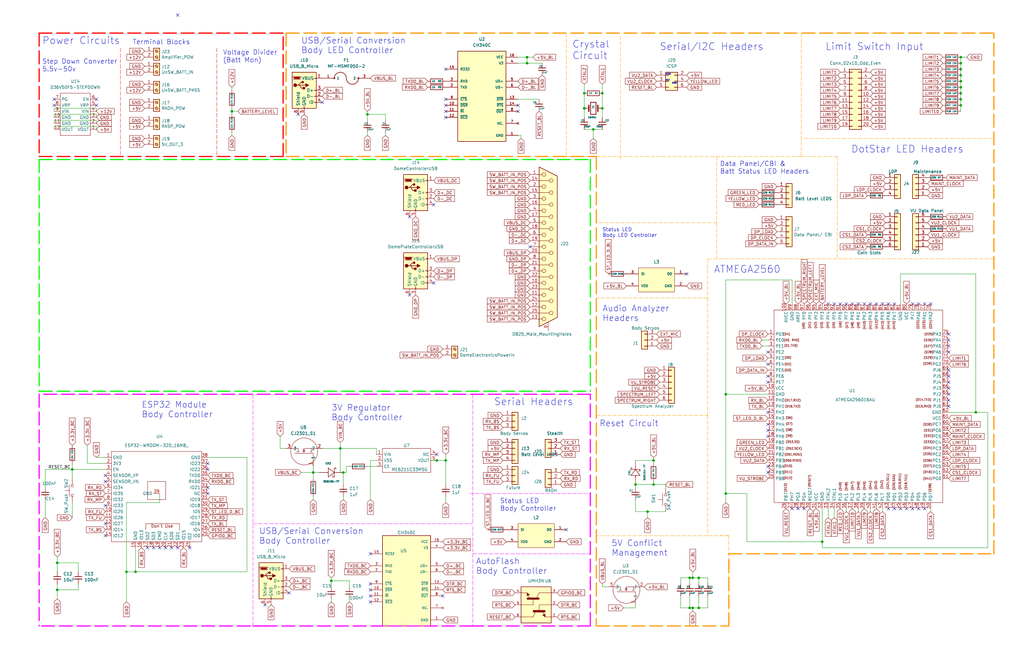
<source format=kicad_sch>
(kicad_sch (version 20211123) (generator eeschema)
  (paper "USLedger")
  (title_block (title "Body Controller") (date "2022-08-25") (rev "1.0") (company "Created by: Greg Hulette") (comment 1 "- ESP-NOW Gateway/Bridge") (comment 2 "- Creates WiFi Network ") (comment 3 "- Controls All Body Servos") (comment 4 "- Controls All Body LEDs"))
  (junction (at 292.1 243.84))
  (junction (at 144.78 199.39))
  (junction (at 143.51 189.23))
  (junction (at 405.13 39.37))
  (junction (at 275.59 194.31))
  (junction (at 222.25 24.13))
  (junction (at 250.19 54.61))
  (junction (at 254 45.72))
  (junction (at 24.13 237.49))
  (junction (at 57.15 241.3))
  (junction (at 246.38 39.37))
  (junction (at 294.64 256.54))
  (junction (at 405.13 29.21))
  (junction (at 246.38 45.72))
  (junction (at 30.48 198.12))
  (junction (at 154.94 48.26))
  (junction (at 246.3862 45.7262))
  (junction (at 53.34 241.3))
  (junction (at 275.59 204.47))
  (junction (at 346.71 228.6))
  (junction (at 306.07 166.37))
  (junction (at 405.13 26.67))
  (junction (at 254 39.37))
  (junction (at 405.13 31.75))
  (junction (at 290.83 256.54))
  (junction (at 405.13 36.83))
  (junction (at 273.05 215.9))
  (junction (at 306.07 208.28))
  (junction (at 405.13 41.91))
  (junction (at 292.1 256.54))
  (junction (at 187.96 194.31))
  (junction (at 24.13 248.92))
  (junction (at 184.15 194.31))
  (junction (at 405.13 44.45))
  (junction (at 411.48 173.99))
  (junction (at 405.13 34.29))
  (junction (at 139.7 245.11))
  (junction (at 132.08 199.39))
  (junction (at 405.13 24.13))
  (junction (at 294.64 243.84))
  (junction (at 97.79 46.99))
  (junction (at 290.83 243.84))
  (junction (at 267.97 204.47))
  (junction (at 222.25 26.67))
  (no_connect (at 44.45 226.06))
  (no_connect (at 374.65 214.63))
  (no_connect (at 156.21 248.92))
  (no_connect (at 156.21 254))
  (no_connect (at 156.21 246.38))
  (no_connect (at 156.21 251.46))
  (no_connect (at 156.21 233.68))
  (no_connect (at 186.69 251.46))
  (no_connect (at 44.45 220.98))
  (no_connect (at 187.96 49.53))
  (no_connect (at 187.96 41.91))
  (no_connect (at 44.45 203.2))
  (no_connect (at 400.05 171.45))
  (no_connect (at 377.19 214.63))
  (no_connect (at 67.31 231.14))
  (no_connect (at 69.85 231.14))
  (no_connect (at 72.39 231.14))
  (no_connect (at 74.93 231.14))
  (no_connect (at 62.23 231.14))
  (no_connect (at 64.77 231.14))
  (no_connect (at 87.63 208.28))
  (no_connect (at 87.63 205.74))
  (no_connect (at 87.63 198.12))
  (no_connect (at 87.63 195.58))
  (no_connect (at 44.45 213.36))
  (no_connect (at 80.01 231.14))
  (no_connect (at 40.64 44.45))
  (no_connect (at 40.64 41.91))
  (no_connect (at 22.86 41.91))
  (no_connect (at 22.86 44.45))
  (no_connect (at 238.76 223.52))
  (no_connect (at 44.45 200.66))
  (no_connect (at 379.73 214.63))
  (no_connect (at 187.96 46.99))
  (no_connect (at 187.96 44.45))
  (no_connect (at 135.89 43.18))
  (no_connect (at 289.56 115.57))
  (no_connect (at 74.93 6.35))
  (no_connect (at 184.15 191.77))
  (no_connect (at 218.44 44.45))
  (no_connect (at 323.85 179.07))
  (no_connect (at 223.52 104.14))
  (no_connect (at 172.72 91.44))
  (no_connect (at 182.88 86.36))
  (no_connect (at 182.88 119.38))
  (no_connect (at 172.72 124.46))
  (no_connect (at 187.96 29.21))
  (no_connect (at 121.92 250.19))
  (no_connect (at 111.76 255.27))
  (no_connect (at 382.27 214.63))
  (no_connect (at 400.05 168.91))
  (no_connect (at 349.25 128.27))
  (no_connect (at 351.79 128.27))
  (no_connect (at 323.85 199.39))
  (no_connect (at 323.85 196.85))
  (no_connect (at 323.85 161.29))
  (no_connect (at 323.85 158.75))
  (no_connect (at 339.09 214.63))
  (no_connect (at 336.55 214.63))
  (no_connect (at 334.01 214.63))
  (no_connect (at 323.85 184.15))
  (no_connect (at 323.85 181.61))
  (no_connect (at 323.85 173.99))
  (no_connect (at 323.85 153.67))
  (no_connect (at 323.85 148.59))
  (no_connect (at 384.81 214.63))
  (no_connect (at 400.05 148.59))
  (no_connect (at 389.89 214.63))
  (no_connect (at 387.35 214.63))
  (no_connect (at 384.81 128.27))
  (no_connect (at 389.89 128.27))
  (no_connect (at 392.43 128.27))
  (no_connect (at 387.35 128.27))
  (no_connect (at 400.05 140.97))
  (no_connect (at 400.05 143.51))
  (no_connect (at 400.05 146.05))
  (no_connect (at 400.05 156.21))
  (no_connect (at 400.05 158.75))
  (no_connect (at 400.05 161.29))
  (no_connect (at 400.05 163.83))
  (no_connect (at 400.05 166.37))
  (no_connect (at 354.33 128.27))
  (no_connect (at 356.87 128.27))
  (no_connect (at 372.11 128.27))
  (no_connect (at 374.65 128.27))
  (no_connect (at 377.19 128.27))
  (no_connect (at 359.41 128.27))
  (no_connect (at 361.95 128.27))
  (no_connect (at 364.49 128.27))
  (no_connect (at 367.03 128.27))
  (no_connect (at 369.57 128.27))
  (no_connect (at 218.44 46.99))
  (no_connect (at 125.73 48.26))
  (wire (pts (xy 367.03 215.9) (xy 367.03 214.63)))
  (wire (pts (xy 290.83 256.54) (xy 292.1 256.54)))
  (wire (pts (xy 273.05 215.9) (xy 267.97 215.9)))
  (polyline (pts (xy 298.45 125.73) (xy 298.45 175.26)) (stroke (width 0) (color 255 153 0 1)))
  (wire (pts (xy 405.13 31.75) (xy 405.13 34.29)))
  (wire (pts (xy 267.97 194.31) (xy 275.59 194.31)))
  (wire (pts (xy 292.1 256.54) (xy 294.64 256.54)))
  (polyline (pts (xy 50.8 20.32) (xy 50.8 66.04)) (stroke (width 0) (color 255 0 0 1)))
  (wire (pts (xy 411.48 173.99) (xy 416.56 173.99)))
  (wire (pts (xy 351.79 218.44) (xy 351.79 214.63)))
  (wire (pts (xy 154.94 46.99) (xy 154.94 48.26)))
  (wire (pts (xy 405.13 26.67) (xy 405.13 29.21)))
  (wire (pts (xy 154.94 55.88) (xy 154.94 57.15)))
  (polyline (pts (xy 120.65 13.97) (xy 120.65 66.04)) (stroke (width 0.5) (color 255 153 0 1)))
  (wire (pts (xy 187.96 209.55) (xy 187.96 212.09)))
  (wire (pts (xy 181.61 194.31) (xy 184.15 194.31)))
  (wire (pts (xy 24.13 248.92) (xy 24.13 252.73)))
  (wire (pts (xy 246.38 45.72) (xy 246.3862 45.7262)))
  (wire (pts (xy 321.31 143.51) (xy 323.85 143.51)))
  (polyline (pts (xy 16.51 66.04) (xy 119.38 66.04)) (stroke (width 0.5) (color 255 0 0 1)))
  (wire (pts (xy 292.1 243.84) (xy 294.64 243.84)))
  (polyline (pts (xy 419.1 233.68) (xy 419.1 13.97)) (stroke (width 0.5) (color 255 153 0 1)))
  (polyline (pts (xy 248.92 264.16) (xy 199.39 264.16)) (stroke (width 0.5) (color 255 0 255 1)))
  (wire (pts (xy 158.75 189.23) (xy 158.75 191.77)))
  (wire (pts (xy 267.97 204.47) (xy 267.97 205.74)))
  (wire (pts (xy 184.15 194.31) (xy 187.96 194.31)))
  (polyline (pts (xy 248.92 166.37) (xy 16.51 166.37)) (stroke (width 0.5) (color 255 0 255 1)))
  (wire (pts (xy 118.11 189.23) (xy 120.65 189.23)))
  (wire (pts (xy 135.89 189.23) (xy 143.51 189.23)))
  (wire (pts (xy 22.86 48.26) (xy 40.64 48.26)))
  (wire (pts (xy 40.64 45.72) (xy 40.64 46.99)))
  (wire (pts (xy 254 39.37) (xy 254 45.72)))
  (polyline (pts (xy 113.03 264.16) (xy 16.51 264.16)) (stroke (width 0.5) (color 255 0 255 1)))
  (wire (pts (xy 19.05 198.12) (xy 30.48 198.12)))
  (wire (pts (xy 19.05 210.82) (xy 19.05 218.44)))
  (wire (pts (xy 416.56 231.14) (xy 346.71 231.14)))
  (wire (pts (xy 246.38 39.37) (xy 246.38 45.72)))
  (wire (pts (xy 146.05 196.85) (xy 147.32 196.85)))
  (wire (pts (xy 154.94 48.26) (xy 154.94 50.8)))
  (polyline (pts (xy 248.92 220.98) (xy 248.92 264.16)) (stroke (width 0.5) (color 255 0 255 1)))
  (wire (pts (xy 219.71 57.15) (xy 219.71 58.42)))
  (wire (pts (xy 53.34 212.09) (xy 53.34 241.3)))
  (wire (pts (xy 33.02 241.3) (xy 33.02 237.49)))
  (polyline (pts (xy 238.76 66.04) (xy 251.46 66.04)) (stroke (width 0) (color 255 153 0 1)))
  (wire (pts (xy 158.75 194.31) (xy 156.21 194.31)))
  (wire (pts (xy 218.44 57.15) (xy 219.71 57.15)))
  (wire (pts (xy 162.56 48.26) (xy 154.94 48.26)))
  (wire (pts (xy 267.97 215.9) (xy 267.97 210.82)))
  (wire (pts (xy 222.25 24.13) (xy 218.44 24.13)))
  (wire (pts (xy 262.89 256.54) (xy 267.97 256.54)))
  (polyline (pts (xy 106.68 220.98) (xy 199.39 220.98)) (stroke (width 0) (color 255 0 255 1)))
  (wire (pts (xy 356.87 215.9) (xy 356.87 214.63)))
  (wire (pts (xy 143.51 199.39) (xy 144.78 199.39)))
  (wire (pts (xy 405.13 24.13) (xy 407.67 24.13)))
  (wire (pts (xy 306.07 118.11) (xy 306.07 166.37)))
  (polyline (pts (xy 199.39 166.37) (xy 199.39 220.98)) (stroke (width 0) (color 255 0 255 1)))
  (wire (pts (xy 379.73 128.27) (xy 379.73 115.57)))
  (polyline (pts (xy 302.26 66.04) (xy 302.26 93.98)) (stroke (width 0) (color 255 153 0 1)))
  (polyline (pts (xy 337.82 66.04) (xy 353.06 66.04)) (stroke (width 0) (color 255 153 0 1)))
  (wire (pts (xy 346.71 231.14) (xy 346.71 228.6)))
  (wire (pts (xy 22.86 49.53) (xy 22.86 48.26)))
  (wire (pts (xy 143.51 189.23) (xy 143.51 199.39)))
  (polyline (pts (xy 251.46 264.16) (xy 307.34 264.16)) (stroke (width 0.5) (type dash) (color 255 153 0 1)))
  (wire (pts (xy 22.86 54.61) (xy 22.86 53.34)))
  (polyline (pts (xy 307.34 226.06) (xy 303.53 226.06)) (stroke (width 0) (color 255 153 0 1)))
  (polyline (pts (xy 251.46 66.04) (xy 251.46 264.16)) (stroke (width 0.5) (type dash) (color 255 153 0 1)))
  (wire (pts (xy 67.31 212.09) (xy 53.34 212.09)))
  (wire (pts (xy 118.11 184.15) (xy 118.11 189.23)))
  (polyline (pts (xy 234.95 67.31) (xy 248.92 67.31)) (stroke (width 0.5) (color 0 255 0 1)))
  (polyline (pts (xy 107.95 67.31) (xy 234.95 67.31)) (stroke (width 0.5) (color 0 255 0 1)))
  (wire (pts (xy 22.86 52.07) (xy 22.86 50.8)))
  (wire (pts (xy 147.32 252.73) (xy 147.32 254)))
  (wire (pts (xy 57.15 241.3) (xy 53.34 241.3)))
  (wire (pts (xy 298.45 251.46) (xy 298.45 256.54)))
  (polyline (pts (xy 298.45 109.22) (xy 298.45 125.73)) (stroke (width 0) (color 255 153 0 1)))
  (wire (pts (xy 147.32 247.65) (xy 147.32 245.11)))
  (wire (pts (xy 40.64 48.26) (xy 40.64 49.53)))
  (wire (pts (xy 40.64 53.34) (xy 40.64 54.61)))
  (wire (pts (xy 139.7 245.11) (xy 139.7 247.65)))
  (wire (pts (xy 132.08 199.39) (xy 132.08 201.93)))
  (polyline (pts (xy 298.45 125.73) (xy 251.46 125.73)) (stroke (width 0) (color 255 153 0 1)))
  (wire (pts (xy 321.31 146.05) (xy 323.85 146.05)))
  (wire (pts (xy 222.25 24.13) (xy 222.25 26.67)))
  (wire (pts (xy 24.13 246.38) (xy 24.13 248.92)))
  (wire (pts (xy 97.79 45.72) (xy 97.79 46.99)))
  (wire (pts (xy 411.48 115.57) (xy 411.48 173.99)))
  (wire (pts (xy 144.78 199.39) (xy 146.05 199.39)))
  (polyline (pts (xy 298.45 175.26) (xy 298.45 226.06)) (stroke (width 0) (color 255 153 0 1)))
  (wire (pts (xy 292.1 241.3) (xy 292.1 243.84)))
  (wire (pts (xy 294.64 243.84) (xy 294.64 246.38)))
  (polyline (pts (xy 248.92 67.31) (xy 248.92 165.1)) (stroke (width 0.5) (color 0 255 0 1)))
  (wire (pts (xy 273.05 215.9) (xy 280.67 215.9)))
  (polyline (pts (xy 91.44 20.32) (xy 91.44 66.04)) (stroke (width 0) (color 255 0 0 1)))
  (wire (pts (xy 306.07 208.28) (xy 306.07 212.09)))
  (polyline (pts (xy 120.65 66.04) (xy 251.46 66.04)) (stroke (width 0.5) (color 255 153 0 1)))
  (polyline (pts (xy 307.34 264.16) (xy 307.34 233.68)) (stroke (width 0.5) (color 255 153 0 1)))
  (wire (pts (xy 250.19 54.61) (xy 250.19 58.42)))
  (wire (pts (xy 246.38 45.72) (xy 246.38 49.53)))
  (wire (pts (xy 405.13 41.91) (xy 405.13 44.45)))
  (wire (pts (xy 254 246.38) (xy 254 247.65)))
  (polyline (pts (xy 16.51 67.31) (xy 16.51 165.1)) (stroke (width 0.5) (color 0 255 0 1)))
  (wire (pts (xy 254 247.65) (xy 256.54 247.65)))
  (wire (pts (xy 280.67 205.74) (xy 280.67 204.47)))
  (wire (pts (xy 22.86 53.34) (xy 40.64 53.34)))
  (wire (pts (xy 218.44 26.67) (xy 222.25 26.67)))
  (polyline (pts (xy 353.06 66.04) (xy 353.06 109.22)) (stroke (width 0) (color 255 153 0 1)))
  (wire (pts (xy 162.56 50.8) (xy 162.56 48.26)))
  (polyline (pts (xy 119.38 66.04) (xy 119.38 13.97)) (stroke (width 0.5) (color 255 0 0 1)))
  (wire (pts (xy 287.02 243.84) (xy 290.83 243.84)))
  (wire (pts (xy 254 35.56) (xy 254 39.37)))
  (wire (pts (xy 372.11 215.9) (xy 372.11 214.63)))
  (polyline (pts (xy 307.34 226.06) (xy 307.34 264.16)) (stroke (width 0) (color 255 153 0 1)))
  (wire (pts (xy 290.83 251.46) (xy 290.83 256.54)))
  (wire (pts (xy 306.07 166.37) (xy 306.07 208.28)))
  (wire (pts (xy 22.86 45.72) (xy 40.64 45.72)))
  (polyline (pts (xy 120.65 13.97) (xy 419.1 13.97)) (stroke (width 0.5) (color 255 153 0 1)))
  (polyline (pts (xy 16.51 166.37) (xy 16.51 264.16)) (stroke (width 0.5) (color 255 0 255 1)))
  (wire (pts (xy 290.83 243.84) (xy 290.83 246.38)))
  (wire (pts (xy 294.64 251.46) (xy 294.64 256.54)))
  (wire (pts (xy 22.86 46.99) (xy 22.86 45.72)))
  (wire (pts (xy 146.05 196.85) (xy 146.05 199.39)))
  (wire (pts (xy 246.38 35.56) (xy 246.38 39.37)))
  (polyline (pts (xy 337.82 13.97) (xy 337.82 66.04)) (stroke (width 0) (color 255 153 0 1)))
  (wire (pts (xy 287.02 251.46) (xy 287.02 256.54)))
  (wire (pts (xy 139.7 252.73) (xy 139.7 254)))
  (wire (pts (xy 287.02 243.84) (xy 287.02 246.38)))
  (wire (pts (xy 222.25 26.67) (xy 228.6 26.67)))
  (wire (pts (xy 405.13 24.13) (xy 405.13 26.67)))
  (wire (pts (xy 30.48 212.09) (xy 30.48 218.44)))
  (wire (pts (xy 44.45 193.04) (xy 40.64 193.04)))
  (wire (pts (xy 267.97 255.27) (xy 267.97 256.54)))
  (wire (pts (xy 19.05 205.74) (xy 19.05 198.12)))
  (wire (pts (xy 405.13 44.45) (xy 405.13 46.99)))
  (polyline (pts (xy 339.09 58.42) (xy 419.1 58.42)) (stroke (width 0) (color 255 153 0 1)))
  (wire (pts (xy 306.07 166.37) (xy 323.85 166.37)))
  (wire (pts (xy 33.02 246.38) (xy 33.02 248.92)))
  (wire (pts (xy 97.79 57.15) (xy 97.79 55.88)))
  (wire (pts (xy 275.59 193.04) (xy 275.59 194.31)))
  (wire (pts (xy 36.83 187.96) (xy 36.83 195.58)))
  (wire (pts (xy 132.08 199.39) (xy 134.62 199.39)))
  (wire (pts (xy 405.13 36.83) (xy 405.13 39.37)))
  (wire (pts (xy 24.13 234.95) (xy 24.13 237.49)))
  (wire (pts (xy 379.73 115.57) (xy 411.48 115.57)))
  (wire (pts (xy 104.14 193.04) (xy 104.14 241.3)))
  (polyline (pts (xy 198.12 208.28) (xy 247.65 208.28)) (stroke (width 0) (color 255 0 255 1)))
  (wire (pts (xy 314.96 228.6) (xy 314.96 208.28)))
  (wire (pts (xy 250.19 54.61) (xy 254 54.61)))
  (wire (pts (xy 314.96 208.28) (xy 306.07 208.28)))
  (wire (pts (xy 267.97 204.47) (xy 275.59 204.47)))
  (polyline (pts (xy 419.1 109.22) (xy 298.45 109.22)) (stroke (width 0) (color 255 153 0 1)))
  (polyline (pts (xy 337.82 66.04) (xy 238.76 66.04)) (stroke (width 0) (color 255 153 0 1)))
  (polyline (pts (xy 16.51 166.37) (xy 16.51 166.37)) (stroke (width 0.5) (color 255 0 255 1)))
  (polyline (pts (xy 16.51 165.1) (xy 248.92 165.1)) (stroke (width 0.5) (color 0 255 0 1)))
  (wire (pts (xy 104.14 241.3) (xy 57.15 241.3)))
  (polyline (pts (xy 199.39 222.25) (xy 199.39 264.16)) (stroke (width 0) (color 255 0 255 1)))
  (wire (pts (xy 405.13 34.29) (xy 405.13 36.83)))
  (wire (pts (xy 40.64 50.8) (xy 40.64 52.07)))
  (wire (pts (xy 36.83 195.58) (xy 44.45 195.58)))
  (wire (pts (xy 349.25 218.44) (xy 349.25 214.63)))
  (wire (pts (xy 144.78 199.39) (xy 144.78 204.47)))
  (wire (pts (xy 127 199.39) (xy 132.08 199.39)))
  (polyline (pts (xy 302.26 93.98) (xy 251.46 93.98)) (stroke (width 0) (color 255 153 0 1)))
  (wire (pts (xy 275.59 204.47) (xy 280.67 204.47)))
  (wire (pts (xy 139.7 243.84) (xy 139.7 245.11)))
  (wire (pts (xy 147.32 245.11) (xy 139.7 245.11)))
  (wire (pts (xy 30.48 198.12) (xy 44.45 198.12)))
  (wire (pts (xy 292.1 256.54) (xy 292.1 257.81)))
  (polyline (pts (xy 16.51 13.97) (xy 16.51 66.04)) (stroke (width 0.5) (color 255 0 0 1)))
  (wire (pts (xy 132.08 196.85) (xy 132.08 199.39)))
  (wire (pts (xy 287.02 256.54) (xy 290.83 256.54)))
  (wire (pts (xy 298.45 243.84) (xy 298.45 246.38)))
  (wire (pts (xy 97.79 46.99) (xy 97.79 48.26)))
  (wire (pts (xy 334.01 118.11) (xy 306.07 118.11)))
  (wire (pts (xy 334.01 128.27) (xy 334.01 118.11)))
  (wire (pts (xy 227.33 41.91) (xy 218.44 41.91)))
  (polyline (pts (xy 251.46 175.26) (xy 298.45 175.26)) (stroke (width 0) (color 255 153 0 1)))
  (wire (pts (xy 144.78 209.55) (xy 144.78 210.82)))
  (wire (pts (xy 156.21 194.31) (xy 156.21 210.82)))
  (wire (pts (xy 24.13 237.49) (xy 33.02 237.49)))
  (wire (pts (xy 87.63 193.04) (xy 104.14 193.04)))
  (wire (pts (xy 405.13 29.21) (xy 405.13 31.75)))
  (wire (pts (xy 30.48 195.58) (xy 30.48 198.12)))
  (polyline (pts (xy 261.62 15.24) (xy 261.62 67.31)) (stroke (width 0) (color 255 153 0 1)))
  (wire (pts (xy 22.86 50.8) (xy 40.64 50.8)))
  (wire (pts (xy 275.59 194.31) (xy 275.59 195.58)))
  (wire (pts (xy 187.96 194.31) (xy 187.96 204.47)))
  (wire (pts (xy 162.56 55.88) (xy 162.56 57.15)))
  (wire (pts (xy 24.13 237.49) (xy 24.13 241.3)))
  (wire (pts (xy 392.43 215.9) (xy 392.43 214.63)))
  (wire (pts (xy 154.94 196.85) (xy 158.75 196.85)))
  (wire (pts (xy 416.56 173.99) (xy 416.56 231.14)))
  (wire (pts (xy 275.59 204.47) (xy 275.59 203.2)))
  (polyline (pts (xy 302.26 93.98) (xy 302.26 109.22)) (stroke (width 0) (color 255 153 0 1)))
  (wire (pts (xy 294.64 256.54) (xy 298.45 256.54)))
  (wire (pts (xy 30.48 198.12) (xy 30.48 201.93)))
  (wire (pts (xy 254 45.72) (xy 254 49.53)))
  (wire (pts (xy 400.05 173.99) (xy 411.48 173.99)))
  (wire (pts (xy 143.51 189.23) (xy 158.75 189.23)))
  (wire (pts (xy 143.51 186.69) (xy 143.51 189.23)))
  (wire (pts (xy 246.38 54.61) (xy 250.19 54.61)))
  (wire (pts (xy 132.08 209.55) (xy 132.08 210.82)))
  (wire (pts (xy 33.02 248.92) (xy 24.13 248.92)))
  (polyline (pts (xy 16.51 67.31) (xy 107.95 67.31)) (stroke (width 0.5) (color 0 255 0 1)))
  (wire (pts (xy 57.15 231.14) (xy 57.15 241.3)))
  (wire (pts (xy 405.13 39.37) (xy 405.13 41.91)))
  (polyline (pts (xy 307.34 226.06) (xy 251.46 226.06)) (stroke (width 0) (color 255 153 0 1)))
  (wire (pts (xy 97.79 36.83) (xy 97.79 38.1)))
  (polyline (pts (xy 238.76 13.97) (xy 238.76 66.04)) (stroke (width 0) (color 255 153 0 1)))
  (wire (pts (xy 290.83 243.84) (xy 292.1 243.84)))
  (wire (pts (xy 361.95 215.9) (xy 361.95 214.63)))
  (polyline (pts (xy 307.34 233.68) (xy 419.1 233.68)) (stroke (width 0.5) (color 255 153 0 1)))
  (wire (pts (xy 97.79 46.99) (xy 100.33 46.99)))
  (polyline (pts (xy 119.38 13.97) (xy 16.51 13.97)) (stroke (width 0.5) (color 255 0 0 1)))
  (polyline (pts (xy 106.68 166.37) (xy 106.68 264.16)) (stroke (width 0) (color 255 0 255 1)))
  (wire (pts (xy 294.64 243.84) (xy 298.45 243.84)))
  (wire (pts (xy 224.79 24.13) (xy 222.25 24.13)))
  (polyline (pts (xy 199.39 264.16) (xy 106.68 264.16)) (stroke (width 0.5) (color 255 0 255 1)))
  (polyline (pts (xy 199.39 233.68) (xy 248.92 233.68)) (stroke (width 0) (color 255 0 255 1)))
  (polyline (pts (xy 248.92 220.98) (xy 248.92 166.37)) (stroke (width 0.5) (color 255 0 255 1)))
  (wire (pts (xy 67.31 208.28) (xy 67.31 212.09)))
  (wire (pts (xy 53.34 241.3) (xy 53.34 254)))
  (wire (pts (xy 273.05 215.9) (xy 273.05 218.44)))
  (wire (pts (xy 346.71 228.6) (xy 314.96 228.6)))
  (wire (pts (xy 346.71 214.63) (xy 346.71 228.6)))
  (wire (pts (xy 187.96 191.77) (xy 187.96 194.31)))
  (text "MISO" (at 280.67 31.75 0) (effects (font (size 0.6 0.6)) (justify left bottom)))
  (text "Status LED \nBody Controller" (at 210.82 215.9 0) (effects (font (size 2 2)) (justify left bottom)))
  (text "Limit Switch Input" (at 347.98 21.59 0) (effects (font (size 3 3)) (justify left bottom)))
  (text "ESP32 Module \nBody Controller" (at 59.69 176.53 0) (effects (font (size 2.54 2.54)) (justify left bottom)))
  (text "Serial/I2C Headers" (at 278.13 21.59 0) (effects (font (size 3 3)) (justify left bottom)))
  (text "Voltage Divider \n(Batt Mon)" (at 93.98 26.67 0) (effects (font (size 2 2)) (justify left bottom)))
  (text "3V Regulator\nBody Controller\n" (at 139.7 177.8 0) (effects (font (size 2.54 2.54)) (justify left bottom)))
  (text "Power Circuits" (at 17.78 19.05 0) (effects (font (size 3 3)) (justify left bottom)))
  (text "Step Down Converter\n5.5v-50v" (at 17.78 30.48 0) (effects (font (size 2 2)) (justify left bottom)))
  (text "AutoFlash\nBody Controller" (at 200.66 242.57 0) (effects (font (size 2.54 2.54)) (justify left bottom)))
  (text "Crystal \nCircuit" (at 241.3 25.4 0) (effects (font (size 3 3)) (justify left bottom)))
  (text "Status LED\nBody LED Controller" (at 254 100.33 0) (effects (font (size 1.5 1.5)) (justify left bottom)))
  (text "USB/Serial Conversion \nBody Controller" (at 109.22 229.87 0) (effects (font (size 2.54 2.54)) (justify left bottom)))
  (text "SCK" (at 280.67 34.29 0) (effects (font (size 0.6 0.6)) (justify left bottom)))
  (text "MOSI" (at 283.21 35.56 0) (effects (font (size 0.6 0.6)) (justify left bottom)))
  (text "Reset Circuit" (at 252.73 180.34 0) (effects (font (size 2.54 2.54)) (justify left bottom)))
  (text "Data Panel/CBI & \nBatt Status LED Headers" (at 303.53 73.66 0) (effects (font (size 2 2)) (justify left bottom)))
  (text "ATMEGA2560" (at 300.99 115.57 0) (effects (font (size 3 3)) (justify left bottom)))
  (text "5V Conflict \nManagement" (at 257.81 234.95 0) (effects (font (size 2.54 2.54)) (justify left bottom)))
  (text "DotStar LED Headers" (at 358.8787 64.8521 0) (effects (font (size 3 3)) (justify left bottom)))
  (text "Audio Analyzer\nHeaders" (at 254 135.89 0) (effects (font (size 2.54 2.54)) (justify left bottom)))
  (text "USB/Serial Conversion \nBody LED Controller" (at 127 22.86 0) (effects (font (size 2.54 2.54)) (justify left bottom)))
  (text "Serial Headers" (at 208.28 171.45 0) (effects (font (size 3 3)) (justify left bottom)))
  (text "Terminal Blocks" (at 55.88 19.05 0) (effects (font (size 2 2)) (justify left bottom)))
  (label "RESET_BC" (at 20.32 198.12 0))
  (global_label "RX_MP" (shape input) (at 44.45 210.82 180) (property "Intersheet References" "${INTERSHEET_REFS}" (effects hide)))
  (global_label "+5V" (shape input) (at 327.66 95.25 180) (property "Intersheet References" "${INTERSHEET_REFS}" (effects hide)))
  (global_label "GND" (shape input) (at 223.52 83.82 180) (property "Intersheet References" "${INTERSHEET_REFS}" (effects hide)))
  (global_label "+3.3V_BC" (shape input) (at 139.7 243.84 90) (property "Intersheet References" "${INTERSHEET_REFS}" (effects hide)))
  (global_label "D+_BL" (shape input) (at 135.89 38.1 0) (property "Intersheet References" "${INTERSHEET_REFS}" (effects hide)))
  (global_label "LIMIT4" (shape input) (at 397.51 31.75 180) (property "Intersheet References" "${INTERSHEET_REFS}" (effects hide)))
  (global_label "GND" (shape input) (at 223.52 86.36 180) (property "Intersheet References" "${INTERSHEET_REFS}" (effects hide)))
  (global_label "TX_BS" (shape input) (at 44.45 223.52 180) (property "Intersheet References" "${INTERSHEET_REFS}" (effects hide)))
  (global_label "LIMIT4" (shape input) (at 354.33 38.1 180) (property "Intersheet References" "${INTERSHEET_REFS}" (effects hide)))
  (global_label "VU1_DATA" (shape input) (at 361.95 215.9 270) (property "Intersheet References" "${INTERSHEET_REFS}" (effects hide)))
  (global_label "VU1_CLOCK" (shape input) (at 356.87 215.9 270) (property "Intersheet References" "${INTERSHEET_REFS}" (effects hide)))
  (global_label "RX_MP" (shape input) (at 212.09 191.77 180) (property "Intersheet References" "${INTERSHEET_REFS}" (effects hide)))
  (global_label "ST_LED_D_BL" (shape input) (at 323.85 176.53 180) (property "Intersheet References" "${INTERSHEET_REFS}" (effects hide)))
  (global_label "+5V" (shape input) (at 212.09 189.23 180) (property "Intersheet References" "${INTERSHEET_REFS}" (effects hide)))
  (global_label "TX_RD" (shape input) (at 236.22 199.39 0) (property "Intersheet References" "${INTERSHEET_REFS}" (effects hide)))
  (global_label "+5V" (shape input) (at 276.86 143.51 0) (property "Intersheet References" "${INTERSHEET_REFS}" (effects hide)))
  (global_label "BATTERY_LEVEL" (shape input) (at 100.33 46.99 0) (property "Intersheet References" "${INTERSHEET_REFS}" (effects hide)))
  (global_label "LIMIT1" (shape input) (at 354.33 30.48 180) (property "Intersheet References" "${INTERSHEET_REFS}" (effects hide)))
  (global_label "GND" (shape input) (at 147.32 254 270) (property "Intersheet References" "${INTERSHEET_REFS}" (effects hide)))
  (global_label "GND_DC" (shape input) (at 223.52 96.52 180) (property "Intersheet References" "${INTERSHEET_REFS}" (effects hide)))
  (global_label "GND" (shape input) (at 219.71 58.42 270) (property "Intersheet References" "${INTERSHEET_REFS}" (effects hide)))
  (global_label "GND" (shape input) (at 144.78 210.82 270) (property "Intersheet References" "${INTERSHEET_REFS}" (effects hide)))
  (global_label "GND" (shape input) (at 186.69 261.62 0) (property "Intersheet References" "${INTERSHEET_REFS}" (effects hide)))
  (global_label "CS2_DATA" (shape input) (at 365.76 104.14 180) (property "Intersheet References" "${INTERSHEET_REFS}" (effects hide)))
  (global_label "VU_RESET" (shape input) (at 278.13 163.83 180) (property "Intersheet References" "${INTERSHEET_REFS}" (effects hide)))
  (global_label "+5V" (shape input) (at 60.96 60.96 180) (property "Intersheet References" "${INTERSHEET_REFS}" (effects hide)))
  (global_label "LIMIT7" (shape input) (at 400.05 201.93 0) (property "Intersheet References" "${INTERSHEET_REFS}" (effects hide)))
  (global_label "GND" (shape input) (at 223.52 91.44 180) (property "Intersheet References" "${INTERSHEET_REFS}" (effects hide)))
  (global_label "GND" (shape input) (at 162.56 57.15 270) (property "Intersheet References" "${INTERSHEET_REFS}" (effects hide)))
  (global_label "CS2_CLOCK" (shape input) (at 367.03 215.9 270) (property "Intersheet References" "${INTERSHEET_REFS}" (effects hide)))
  (global_label "XTAL1" (shape input) (at 351.79 218.44 270) (property "Intersheet References" "${INTERSHEET_REFS}" (effects hide)))
  (global_label "+5V" (shape input) (at 289.56 31.75 0) (property "Intersheet References" "${INTERSHEET_REFS}" (effects hide)))
  (global_label "GREEN_LED" (shape input) (at 323.85 186.69 180) (property "Intersheet References" "${INTERSHEET_REFS}" (effects hide)))
  (global_label "DTR_BC" (shape input) (at 217.17 250.19 180) (property "Intersheet References" "${INTERSHEET_REFS}" (effects hide)))
  (global_label "LIMIT3" (shape input) (at 400.05 186.69 0) (property "Intersheet References" "${INTERSHEET_REFS}" (effects hide)))
  (global_label "TX_ST" (shape input) (at 236.22 186.69 0) (property "Intersheet References" "${INTERSHEET_REFS}" (effects hide)))
  (global_label "RX_FU" (shape input) (at 44.45 215.9 180) (property "Intersheet References" "${INTERSHEET_REFS}" (effects hide)))
  (global_label "RESET_BL" (shape input) (at 341.63 214.63 270) (property "Intersheet References" "${INTERSHEET_REFS}" (effects hide)))
  (global_label "D+_DC" (shape input) (at 223.52 101.6 180) (property "Intersheet References" "${INTERSHEET_REFS}" (effects hide)))
  (global_label "D-_DC" (shape input) (at 223.52 99.06 180) (property "Intersheet References" "${INTERSHEET_REFS}" (effects hide)))
  (global_label "GND_DC" (shape input) (at 175.26 91.44 270) (property "Intersheet References" "${INTERSHEET_REFS}" (effects hide)))
  (global_label "VBUS_DP" (shape input) (at 223.52 106.68 180) (property "Intersheet References" "${INTERSHEET_REFS}" (effects hide)))
  (global_label "RESET_BL" (shape input) (at 87.63 223.52 0) (property "Intersheet References" "${INTERSHEET_REFS}" (effects hide)))
  (global_label "GND" (shape input) (at 327.66 92.71 180) (property "Intersheet References" "${INTERSHEET_REFS}" (effects hide)))
  (global_label "+3.3V_BC" (shape input) (at 186.69 228.6 0) (property "Intersheet References" "${INTERSHEET_REFS}" (effects hide)))
  (global_label "+5V" (shape input) (at 367.03 40.64 0) (property "Intersheet References" "${INTERSHEET_REFS}" (effects hide)))
  (global_label "GREEN_LED" (shape input) (at 320.04 81.28 180) (property "Intersheet References" "${INTERSHEET_REFS}" (effects hide)))
  (global_label "TX_FU" (shape input) (at 44.45 218.44 180) (property "Intersheet References" "${INTERSHEET_REFS}" (effects hide)))
  (global_label "GND" (shape input) (at 40.64 193.04 90) (property "Intersheet References" "${INTERSHEET_REFS}" (effects hide)))
  (global_label "RESET_BL" (shape input) (at 280.67 204.47 0) (property "Intersheet References" "${INTERSHEET_REFS}" (effects hide)))
  (global_label "+5V" (shape input) (at 60.96 45.72 180) (property "Intersheet References" "${INTERSHEET_REFS}" (effects hide)))
  (global_label "LIMIT10" (shape input) (at 359.41 214.63 270) (property "Intersheet References" "${INTERSHEET_REFS}" (effects hide)))
  (global_label "+5V" (shape input) (at 367.03 45.72 0) (property "Intersheet References" "${INTERSHEET_REFS}" (effects hide)))
  (global_label "MAINT_CLOCK" (shape input) (at 391.16 77.47 0) (property "Intersheet References" "${INTERSHEET_REFS}" (effects hide)))
  (global_label "LIMIT8" (shape input) (at 354.33 48.26 180) (property "Intersheet References" "${INTERSHEET_REFS}" (effects hide)))
  (global_label "+5V" (shape input) (at 60.96 53.34 180) (property "Intersheet References" "${INTERSHEET_REFS}" (effects hide)))
  (global_label "LIMIT5" (shape input) (at 400.05 196.85 0) (property "Intersheet References" "${INTERSHEET_REFS}" (effects hide)))
  (global_label "LIMIT10" (shape input) (at 397.51 46.99 180) (property "Intersheet References" "${INTERSHEET_REFS}" (effects hide)))
  (global_label "RTS_BC" (shape input) (at 217.17 255.27 180) (property "Intersheet References" "${INTERSHEET_REFS}" (effects hide)))
  (global_label "SPECTRUM_RIGHT" (shape input) (at 339.09 128.27 90) (property "Intersheet References" "${INTERSHEET_REFS}" (effects hide)))
  (global_label "GND" (shape input) (at 132.08 210.82 270) (property "Intersheet References" "${INTERSHEET_REFS}" (effects hide)))
  (global_label "GND" (shape input) (at 187.96 212.09 270) (property "Intersheet References" "${INTERSHEET_REFS}" (effects hide)))
  (global_label "VU2_DATA" (shape input) (at 398.78 91.44 0) (property "Intersheet References" "${INTERSHEET_REFS}" (effects hide)))
  (global_label "+5V_BL" (shape input) (at 292.1 241.3 90) (property "Intersheet References" "${INTERSHEET_REFS}" (effects hide)))
  (global_label "LIMIT7" (shape input) (at 354.33 45.72 180) (property "Intersheet References" "${INTERSHEET_REFS}" (effects hide)))
  (global_label "VU2_CLOCK" (shape input) (at 276.86 34.29 180) (property "Intersheet References" "${INTERSHEET_REFS}" (effects hide)))
  (global_label "GND" (shape input) (at 60.96 35.56 180) (property "Intersheet References" "${INTERSHEET_REFS}" (effects hide)))
  (global_label "CS2_DATA" (shape input) (at 372.11 215.9 270) (property "Intersheet References" "${INTERSHEET_REFS}" (effects hide)))
  (global_label "GND" (shape input) (at 228.6 31.75 270) (property "Intersheet References" "${INTERSHEET_REFS}" (effects hide)))
  (global_label "VBUS_BL" (shape input) (at 156.21 33.02 0) (property "Intersheet References" "${INTERSHEET_REFS}" (effects hide)))
  (global_label "VBUS_BL" (shape input) (at 254 246.38 90) (property "Intersheet References" "${INTERSHEET_REFS}" (effects hide)))
  (global_label "TX_RD" (shape input) (at 87.63 218.44 0) (property "Intersheet References" "${INTERSHEET_REFS}" (effects hide)))
  (global_label "GND_DP" (shape input) (at 175.26 124.46 270) (property "Intersheet References" "${INTERSHEET_REFS}" (effects hide)))
  (global_label "RXD0_BC" (shape input) (at 156.21 241.3 180) (property "Intersheet References" "${INTERSHEET_REFS}" (effects hide)))
  (global_label "+5V" (shape input) (at 118.11 184.15 90) (property "Intersheet References" "${INTERSHEET_REFS}" (effects hide)))
  (global_label "YELLOW_LED" (shape input) (at 323.85 191.77 180) (property "Intersheet References" "${INTERSHEET_REFS}" (effects hide)))
  (global_label "DTR_BC" (shape input) (at 186.69 246.38 0) (property "Intersheet References" "${INTERSHEET_REFS}" (effects hide)))
  (global_label "D-_BL" (shape input) (at 135.89 40.64 0) (property "Intersheet References" "${INTERSHEET_REFS}" (effects hide)))
  (global_label "VIN_BC" (shape input) (at 143.51 186.69 90) (property "Intersheet References" "${INTERSHEET_REFS}" (effects hide)))
  (global_label "VBUS_BC" (shape input) (at 127 199.39 180) (property "Intersheet References" "${INTERSHEET_REFS}" (effects hide)))
  (global_label "TX_MP" (shape input) (at 87.63 213.36 0) (property "Intersheet References" "${INTERSHEET_REFS}" (effects hide)))
  (global_label "MAINT_DATA" (shape input) (at 400.05 179.07 0) (property "Intersheet References" "${INTERSHEET_REFS}" (effects hide)))
  (global_label "LIMIT5" (shape input) (at 397.51 34.29 180) (property "Intersheet References" "${INTERSHEET_REFS}" (effects hide)))
  (global_label "LIMIT9" (shape input) (at 354.33 50.8 180) (property "Intersheet References" "${INTERSHEET_REFS}" (effects hide)))
  (global_label "LIMIT10" (shape input) (at 354.33 53.34 180) (property "Intersheet References" "${INTERSHEET_REFS}" (effects hide)))
  (global_label "YELLOW_LED" (shape input) (at 289.56 34.29 0) (property "Intersheet References" "${INTERSHEET_REFS}" (effects hide)))
  (global_label "GND" (shape input) (at 236.22 191.77 0) (property "Intersheet References" "${INTERSHEET_REFS}" (effects hide)))
  (global_label "LIMIT7" (shape input) (at 397.51 39.37 180) (property "Intersheet References" "${INTERSHEET_REFS}" (effects hide)))
  (global_label "RX_ST" (shape input) (at 44.45 208.28 180) (property "Intersheet References" "${INTERSHEET_REFS}" (effects hide)))
  (global_label "+5V" (shape input) (at 278.13 158.75 180) (property "Intersheet References" "${INTERSHEET_REFS}" (effects hide)))
  (global_label "GND" (shape input) (at 327.66 78.74 180) (property "Intersheet References" "${INTERSHEET_REFS}" (effects hide)))
  (global_label "LDP_DATA" (shape input) (at 400.05 189.23 0) (property "Intersheet References" "${INTERSHEET_REFS}" (effects hide)))
  (global_label "GND" (shape input) (at 238.76 228.6 0) (property "Intersheet References" "${INTERSHEET_REFS}" (effects hide)))
  (global_label "SW_BATT_IN_POS" (shape input) (at 223.52 127 180) (property "Intersheet References" "${INTERSHEET_REFS}" (effects hide)))
  (global_label "MAINT_CLOCK" (shape input) (at 400.05 184.15 0) (property "Intersheet References" "${INTERSHEET_REFS}" (effects hide)))
  (global_label "+5V" (shape input) (at 367.03 35.56 0) (property "Intersheet References" "${INTERSHEET_REFS}" (effects hide)))
  (global_label "GND" (shape input) (at 276.86 146.05 0) (property "Intersheet References" "${INTERSHEET_REFS}" (effects hide)))
  (global_label "GND" (shape input) (at 223.52 116.84 180) (property "Intersheet References" "${INTERSHEET_REFS}" (effects hide)))
  (global_label "D-_BC" (shape input) (at 121.92 247.65 0) (property "Intersheet References" "${INTERSHEET_REFS}" (effects hide)))
  (global_label "+5V_BL" (shape input) (at 154.94 46.99 90) (property "Intersheet References" "${INTERSHEET_REFS}" (effects hide)))
  (global_label "+5V_BL" (shape input) (at 323.85 163.83 180) (property "Intersheet References" "${INTERSHEET_REFS}" (effects hide)))
  (global_label "RESET_BL" (shape input) (at 276.86 36.83 180) (property "Intersheet References" "${INTERSHEET_REFS}" (effects hide)))
  (global_label "+12V" (shape input) (at 60.96 24.13 180) (property "Intersheet References" "${INTERSHEET_REFS}" (effects hide)))
  (global_label "+3.3V_BC" (shape input) (at 24.13 234.95 90) (property "Intersheet References" "${INTERSHEET_REFS}" (effects hide)))
  (global_label "DP_DATA_IN" (shape input) (at 323.85 156.21 180) (property "Intersheet References" "${INTERSHEET_REFS}" (effects hide)))
  (global_label "DP_CLOCK" (shape input) (at 327.66 100.33 180) (property "Intersheet References" "${INTERSHEET_REFS}" (effects hide)))
  (global_label "GND" (shape input) (at 186.69 147.32 180) (property "Intersheet References" "${INTERSHEET_REFS}" (effects hide)))
  (global_label "LDP_CLOCK" (shape input) (at 373.38 80.01 180) (property "Intersheet References" "${INTERSHEET_REFS}" (effects hide)))
  (global_label "LIMIT3" (shape input) (at 397.51 29.21 180) (property "Intersheet References" "${INTERSHEET_REFS}" (effects hide)))
  (global_label "+5V" (shape input) (at 367.03 53.34 0) (property "Intersheet References" "${INTERSHEET_REFS}" (effects hide)))
  (global_label "LIMIT4" (shape input) (at 400.05 191.77 0) (property "Intersheet References" "${INTERSHEET_REFS}" (effects hide)))
  (global_label "ST_LED_D_BC" (shape input) (at 87.63 215.9 0) (property "Intersheet References" "${INTERSHEET_REFS}" (effects hide)))
  (global_label "+12V" (shape input) (at 97.79 36.83 90) (property "Intersheet References" "${INTERSHEET_REFS}" (effects hide)))
  (global_label "CS1_DATA" (shape input) (at 365.76 99.06 180) (property "Intersheet References" "${INTERSHEET_REFS}" (effects hide)))
  (global_label "GND" (shape input) (at 154.94 57.15 270) (property "Intersheet References" "${INTERSHEET_REFS}" (effects hide)))
  (global_label "GND" (shape input) (at 60.96 50.8 180) (property "Intersheet References" "${INTERSHEET_REFS}" (effects hide)))
  (global_label "EXT_MIC" (shape input) (at 344.17 128.27 90) (property "Intersheet References" "${INTERSHEET_REFS}" (effects hide)))
  (global_label "RXD0_BC" (shape input) (at 87.63 203.2 0) (property "Intersheet References" "${INTERSHEET_REFS}" (effects hide)))
  (global_label "SW_BATT_IN_POS" (shape input) (at 223.52 129.54 180) (property "Intersheet References" "${INTERSHEET_REFS}" (effects hide)))
  (global_label "TX_BS" (shape input) (at 212.09 180.34 180) (property "Intersheet References" "${INTERSHEET_REFS}" (effects hide)))
  (global_label "VU2_CLOCK" (shape input) (at 391.16 93.98 0) (property "Intersheet References" "${INTERSHEET_REFS}" (effects hide)))
  (global_label "SW_BATT_IN_POS" (shape input) (at 223.52 76.2 180) (property "Intersheet References" "${INTERSHEET_REFS}" (effects hide)))
  (global_label "SW_BATT_IN_POS" (shape input) (at 223.52 134.62 180) (property "Intersheet References" "${INTERSHEET_REFS}" (effects hide)))
  (global_label "GND" (shape input) (at 289.56 120.65 0) (property "Intersheet References" "${INTERSHEET_REFS}" (effects hide)))
  (global_label "LIMIT9" (shape input) (at 397.51 44.45 180) (property "Intersheet References" "${INTERSHEET_REFS}" (effects hide)))
  (global_label "D+_DP" (shape input) (at 182.88 114.3 0) (property "Intersheet References" "${INTERSHEET_REFS}" (effects hide)))
  (global_label "GND" (shape input) (at 40.64 49.53 0) (property "Intersheet References" "${INTERSHEET_REFS}" (effects hide)))
  (global_label "GND" (shape input) (at 407.67 24.13 0) (property "Intersheet References" "${INTERSHEET_REFS}" (effects hide)))
  (global_label "D+_DC" (shape input) (at 182.88 81.28 0) (property "Intersheet References" "${INTERSHEET_REFS}" (effects hide)))
  (global_label "DP_LOAD" (shape input) (at 323.85 151.13 180) (property "Intersheet References" "${INTERSHEET_REFS}" (effects hide)))
  (global_label "+5V_BL" (shape input) (at 264.16 120.65 180) (property "Intersheet References" "${INTERSHEET_REFS}" (effects hide)))
  (global_label "+5V_BL" (shape input) (at 224.79 24.13 0) (property "Intersheet References" "${INTERSHEET_REFS}" (effects hide)))
  (global_label "RX_BS" (shape input) (at 59.69 231.14 270) (property "Intersheet References" "${INTERSHEET_REFS}" (effects hide)))
  (global_label "RTS_BC" (shape input) (at 186.69 248.92 0) (property "Intersheet References" "${INTERSHEET_REFS}" (effects hide)))
  (global_label "RXD0_BL" (shape input) (at 180.34 36.83 180) (property "Intersheet References" "${INTERSHEET_REFS}" (effects hide)))
  (global_label "+5V" (shape input) (at 367.03 30.48 0) (property "Intersheet References" "${INTERSHEET_REFS}" (effects hide)))
  (global_label "GND" (shape input) (at 60.96 43.18 180) (property "Intersheet References" "${INTERSHEET_REFS}" (effects hide)))
  (global_label "RED_LED" (shape input) (at 354.33 214.63 270) (property "Intersheet References" "${INTERSHEET_REFS}" (effects hide)))
  (global_label "LIMIT8" (shape input) (at 397.51 41.91 180) (property "Intersheet References" "${INTERSHEET_REFS}" (effects hide)))
  (global_label "GND" (shape input) (at 40.64 52.07 0) (property "Intersheet References" "${INTERSHEET_REFS}" (effects hide)))
  (global_label "+5V" (shape input) (at 391.16 101.6 0) (property "Intersheet References" "${INTERSHEET_REFS}" (effects hide)))
  (global_label "GND" (shape input) (at 114.3 255.27 270) (property "Intersheet References" "${INTERSHEET_REFS}" (effects hide)))
  (global_label "GND" (shape input) (at 24.13 252.73 270) (property "Intersheet References" "${INTERSHEET_REFS}" (effects hide)))
  (global_label "BATTERY_LEVEL" (shape input) (at 346.71 128.27 90) (property "Intersheet References" "${INTERSHEET_REFS}" (effects hide)))
  (global_label "D+_DP" (shape input) (at 223.52 114.3 180) (property "Intersheet References" "${INTERSHEET_REFS}" (effects hide)))
  (global_label "CS2_CLOCK" (shape input) (at 373.38 101.6 180) (property "Intersheet References" "${INTERSHEET_REFS}" (effects hide)))
  (global_label "SW_BATT_IN_POS" (shape input) (at 223.52 81.28 180) (property "Intersheet References" "${INTERSHEET_REFS}" (effects hide)))
  (global_label "RX_FU" (shape input) (at 212.09 200.66 180) (property "Intersheet References" "${INTERSHEET_REFS}" (effects hide)))
  (global_label "GND" (shape input) (at 60.96 21.59 180) (property "Intersheet References" "${INTERSHEET_REFS}" (effects hide)))
  (global_label "+5V_BL" (shape input) (at 382.27 128.27 90) (property "Intersheet References" "${INTERSHEET_REFS}" (effects hide)))
  (global_label "GND" (shape input) (at 19.05 218.44 270) (property "Intersheet References" "${INTERSHEET_REFS}" (effects hide)))
  (global_label "XTAL2" (shape input) (at 246.38 35.56 90) (property "Intersheet References" "${INTERSHEET_REFS}" (effects hide)))
  (global_label "XTAL2" (shape input) (at 349.25 218.44 270) (property "Intersheet References" "${INTERSHEET_REFS}" (effects hide)))
  (global_label "RX_BL" (shape input) (at 323.85 168.91 180) (property "Intersheet References" "${INTERSHEET_REFS}" (effects hide)))
  (global_label "SPECTRUM_LEFT" (shape input) (at 278.13 166.37 180) (property "Intersheet References" "${INTERSHEET_REFS}" (effects hide)))
  (global_label "D+_BL" (shape input) (at 218.44 34.29 0) (property "Intersheet References" "${INTERSHEET_REFS}" (effects hide)))
  (global_label "D+_BC" (shape input) (at 186.69 238.76 0) (property "Intersheet References" "${INTERSHEET_REFS}" (effects hide)))
  (global_label "GND" (shape input) (at 278.13 156.21 180) (property "Intersheet References" "${INTERSHEET_REFS}" (effects hide)))
  (global_label "LIMIT2" (shape input) (at 397.51 26.67 180) (property "Intersheet References" "${INTERSHEET_REFS}" (effects hide)))
  (global_label "+5V_BL" (shape input) (at 331.47 128.27 90) (property "Intersheet References" "${INTERSHEET_REFS}" (effects hide)))
  (global_label "DP_CLOCK" (shape input) (at 323.85 140.97 180) (property "Intersheet References" "${INTERSHEET_REFS}" (effects hide)))
  (global_label "TXD0_BL" (shape input) (at 180.34 34.29 180) (property "Intersheet References" "${INTERSHEET_REFS}" (effects hide)))
  (global_label "DP_DATA_IN" (shape input) (at 327.66 102.87 180) (property "Intersheet References" "${INTERSHEET_REFS}" (effects hide)))
  (global_label "+5V" (shape input) (at 367.03 33.02 0) (property "Intersheet References" "${INTERSHEET_REFS}" (effects hide)))
  (global_label "LIMIT5" (shape input) (at 354.33 40.64 180) (property "Intersheet References" "${INTERSHEET_REFS}" (effects hide)))
  (global_label "LIMIT2" (shape input) (at 354.33 33.02 180) (property "Intersheet References" "${INTERSHEET_REFS}" (effects hide)))
  (global_label "LDP_CLOCK" (shape input) (at 400.05 194.31 0) (property "Intersheet References" "${INTERSHEET_REFS}" (effects hide)))
  (global_label "CS1_CLOCK" (shape input) (at 373.38 96.52 180) (property "Intersheet References" "${INTERSHEET_REFS}" (effects hide)))
  (global_label "GPIO0_BC" (shape input) (at 87.63 226.06 0) (property "Intersheet References" "${INTERSHEET_REFS}" (effects hide)))
  (global_label "TX_ST" (shape input) (at 87.63 210.82 0) (property "Intersheet References" "${INTERSHEET_REFS}" (effects hide)))
  (global_label "GND" (shape input) (at 273.05 218.44 270) (property "Intersheet References" "${INTERSHEET_REFS}" (effects hide)))
  (global_label "LIMIT6" (shape input) (at 397.51 36.83 180) (property "Intersheet References" "${INTERSHEET_REFS}" (effects hide)))
  (global_label "ST_LED_D_BL" (shape input) (at 256.54 115.57 90) (property "Intersheet References" "${INTERSHEET_REFS}" (effects hide)))
  (global_label "VU_STROBE" (shape input) (at 323.85 201.93 180) (property "Intersheet References" "${INTERSHEET_REFS}" (effects hide)))
  (global_label "LDP_DATA" (shape input) (at 365.76 82.55 180) (property "Intersheet References" "${INTERSHEET_REFS}" (effects hide)))
  (global_label "RX_RD" (shape input) (at 236.22 201.93 0) (property "Intersheet References" "${INTERSHEET_REFS}" (effects hide)))
  (global_label "VU1_DATA" (shape input) (at 398.78 96.52 0) (property "Intersheet References" "${INTERSHEET_REFS}" (effects hide)))
  (global_label "GND" (shape input) (at 289.56 36.83 0) (property "Intersheet References" "${INTERSHEET_REFS}" (effects hide)))
  (global_label "VU2_DATA" (shape input) (at 276.86 31.75 180) (property "Intersheet References" "${INTERSHEET_REFS}" (effects hide)))
  (global_label "RXD0_BL" (shape input) (at 321.31 143.51 180) (property "Intersheet References" "${INTERSHEET_REFS}" (effects hide)))
  (global_label "+5V_BL" (shape input) (at 400.05 176.53 0) (property "Intersheet References" "${INTERSHEET_REFS}" (effects hide)))
  (global_label "GND" (shape input) (at 373.38 74.93 180) (property "Intersheet References" "${INTERSHEET_REFS}" (effects hide)))
  (global_label "EXT_MIC" (shape input) (at 276.86 140.97 0) (property "Intersheet References" "${INTERSHEET_REFS}" (effects hide)))
  (global_label "SW_BATT_IN_POS" (shape input) (at 223.52 132.08 180) (property "Intersheet References" "${INTERSHEET_REFS}" (effects hide)))
  (global_label "VBUS_BC" (shape input) (at 121.92 240.03 0) (property "Intersheet References" "${INTERSHEET_REFS}" (effects hide)))
  (global_label "D-_DP" (shape input) (at 182.88 116.84 0) (property "Intersheet References" "${INTERSHEET_REFS}" (effects hide)))
  (global_label "TX_FU" (shape input) (at 212.09 203.2 180) (property "Intersheet References" "${INTERSHEET_REFS}" (effects hide)))
  (global_label "+5V" (shape input) (at 373.38 77.47 180) (property "Intersheet References" "${INTERSHEET_REFS}" (effects hide)))
  (global_label "VU_STROBE" (shape input) (at 278.13 161.29 180) (property "Intersheet References" "${INTERSHEET_REFS}" (effects hide)))
  (global_label "TXD0_BC" (shape input) (at 87.63 200.66 0) (property "Intersheet References" "${INTERSHEET_REFS}" (effects hide)))
  (global_label "GND" (shape input) (at 128.27 48.26 270) (property "Intersheet References" "${INTERSHEET_REFS}" (effects hide)))
  (global_label "GND" (shape input) (at 223.52 88.9 180) (property "Intersheet References" "${INTERSHEET_REFS}" (effects hide)))
  (global_label "RX_ST" (shape input) (at 236.22 189.23 0) (property "Intersheet References" "${INTERSHEET_REFS}" (effects hide)))
  (global_label "+5V" (shape input) (at 213.36 228.6 180) (property "Intersheet References" "${INTERSHEET_REFS}" (effects hide)))
  (global_label "GND" (shape input) (at 223.52 119.38 180) (property "Intersheet References" "${INTERSHEET_REFS}" (effects hide)))
  (global_label "GND" (shape input) (at 223.52 124.46 180) (property "Intersheet References" "${INTERSHEET_REFS}" (effects hide)))
  (global_label "D+_BC" (shape input) (at 121.92 245.11 0) (property "Intersheet References" "${INTERSHEET_REFS}" (effects hide)))
  (global_label "GND" (shape input) (at 212.09 175.26 180) (property "Intersheet References" "${INTERSHEET_REFS}" (effects hide)))
  (global_label "GND" (shape input) (at 30.48 218.44 180) (property "Intersheet References" "${INTERSHEET_REFS}" (effects hide)))
  (global_label "DTR_BC" (shape input) (at 234.95 255.27 0) (property "Intersheet References" "${INTERSHEET_REFS}" (effects hide)))
  (global_label "GND" (shape input) (at 60.96 58.42 180) (property "Intersheet References" "${INTERSHEET_REFS}" (effects hide)))
  (global_label "GND" (shape input) (at 250.19 58.42 270) (property "Intersheet References" "${INTERSHEET_REFS}" (effects hide)))
  (global_label "+5V_BL" (shape input) (at 336.55 128.27 90) (property "Intersheet References" "${INTERSHEET_REFS}" (effects hide)))
  (global_label "+5V" (shape input) (at 367.03 38.1 0) (property "Intersheet References" "${INTERSHEET_REFS}" (effects hide)))
  (global_label "XTAL1" (shape input) (at 254 35.56 90) (property "Intersheet References" "${INTERSHEET_REFS}" (effects hide)))
  (global_label "TXD0_BC" (shape input) (at 156.21 238.76 180) (property "Intersheet References" "${INTERSHEET_REFS}" (effects hide)))
  (global_label "RX_BL" (shape input) (at 77.47 231.14 270) (property "Intersheet References" "${INTERSHEET_REFS}" (effects hide)))
  (global_label "RESET_BC" (shape input) (at 217.17 260.35 180) (property "Intersheet References" "${INTERSHEET_REFS}" (effects hide)))
  (global_label "GND" (shape input) (at 139.7 254 270) (property "Intersheet References" "${INTERSHEET_REFS}" (effects hide)))
  (global_label "LIMIT1" (shape input) (at 397.51 24.13 180) (property "Intersheet References" "${INTERSHEET_REFS}" (effects hide)))
  (global_label "DP_LOAD" (shape input) (at 327.66 97.79 180) (property "Intersheet References" "${INTERSHEET_REFS}" (effects hide)))
  (global_label "CS1_CLOCK" (shape input) (at 400.05 199.39 0) (property "Intersheet References" "${INTERSHEET_REFS}" (effects hide)))
  (global_label "VBUS_DP" (shape input) (at 182.88 109.22 0) (property "Intersheet References" "${INTERSHEET_REFS}" (effects hide)))
  (global_label "GND" (shape input) (at 156.21 210.82 270) (property "Intersheet References" "${INTERSHEET_REFS}" (effects hide)))
  (global_label "TX_MP" (shape input) (at 212.09 194.31 180) (property "Intersheet References" "${INTERSHEET_REFS}" (effects hide)))
  (global_label "GND" (shape input) (at 212.09 186.69 180) (property "Intersheet References" "${INTERSHEET_REFS}" (effects hide)))
  (global_label "RED_LED" (shape input) (at 320.04 86.36 180) (property "Intersheet References" "${INTERSHEET_REFS}" (effects hide)))
  (global_label "+3.3V_BC" (shape input) (at 187.96 191.77 90) (property "Intersheet References" "${INTERSHEET_REFS}" (effects hide)))
  (global_label "+5V" (shape input) (at 367.03 48.26 0) (property "Intersheet References" "${INTERSHEET_REFS}" (effects hide)))
  (global_label "GPIO0_BC" (shape input) (at 234.95 250.19 0) (property "Intersheet References" "${INTERSHEET_REFS}" (effects hide)))
  (global_label "+3.3V_BC" (shape input) (at 36.83 187.96 90) (property "Intersheet References" "${INTERSHEET_REFS}" (effects hide)))
  (global_label "GND" (shape input) (at 223.52 121.92 180) (property "Intersheet References" "${INTERSHEET_REFS}" (effects hide)))
  (global_label "GND" (shape input) (at 391.16 104.14 0) (property "Intersheet References" "${INTERSHEET_REFS}" (effects hide)))
  (global_label "GND" (shape input) (at 60.96 27.94 180) (property "Intersheet References" "${INTERSHEET_REFS}" (effects hide)))
  (global_label "GND" (shape input) (at 391.16 82.55 0) (property "Intersheet References" "${INTERSHEET_REFS}" (effects hide)))
  (global_label "TX_BL" (shape input) (at 323.85 171.45 180) (property "Intersheet References" "${INTERSHEET_REFS}" (effects hide)))
  (global_label "+3.3V_BC" (shape input) (at 30.48 187.96 90) (property "Intersheet References" "${INTERSHEET_REFS}" (effects hide)))
  (global_label "SW_BATT_IN_POS" (shape input) (at 223.52 73.66 180) (property "Intersheet References" "${INTERSHEET_REFS}" (effects hide)))
  (global_label "TX_BL" (shape input) (at 87.63 220.98 0) (property "Intersheet References" "${INTERSHEET_REFS}" (effects hide)))
  (global_label "GND" (shape input) (at 236.22 204.47 0) (property "Intersheet References" "${INTERSHEET_REFS}" (effects hide)))
  (global_label "LIMIT8" (shape input) (at 369.57 214.63 270) (property "Intersheet References" "${INTERSHEET_REFS}" (effects hide)))
  (global_label "RTS_BC" (shape input) (at 234.95 260.35 0) (property "Intersheet References" "${INTERSHEET_REFS}" (effects hide)))
  (global_label "GND" (shape input) (at 97.79 57.15 270) (property "Intersheet References" "${INTERSHEET_REFS}" (effects hide)))
  (global_label "GND" (shape input) (at 306.07 212.09 270) (property "Intersheet References" "${INTERSHEET_REFS}" (effects hide)))
  (global_label "+5V_BL" (shape input) (at 271.78 247.65 0) (property "Intersheet References" "${INTERSHEET_REFS}" (effects hide)))
  (global_label "LIMIT6" (shape input) (at 354.33 43.18 180) (property "Intersheet References" "${INTERSHEET_REFS}" (effects hide)))
  (global_label "LIMIT9" (shape input) (at 364.49 214.63 270) (property "Intersheet References" "${INTERSHEET_REFS}" (effects hide)))
  (global_label "VU1_CLOCK" (shape input) (at 391.16 99.06 0) (property "Intersheet References" "${INTERSHEET_REFS}" (effects hide)))
  (global_label "RX_RD" (shape input) (at 44.45 205.74 180) (property "Intersheet References" "${INTERSHEET_REFS}" (effects hide)))
  (global_label "+5V_BL" (shape input) (at 275.59 193.04 90) (property "Intersheet References" "${INTERSHEET_REFS}" (effects hide)))
  (global_label "RX_BS" (shape input) (at 212.09 177.8 180) (property "Intersheet References" "${INTERSHEET_REFS}" (effects hide)))
  (global_label "LIMIT1" (shape input) (at 400.05 151.13 0) (property "Intersheet References" "${INTERSHEET_REFS}" (effects hide)))
  (global_label "+3.3V_BC" (shape input) (at 186.69 231.14 0) (property "Intersheet References" "${INTERSHEET_REFS}" (effects hide)))
  (global_label "LIMIT2" (shape input) (at 400.05 181.61 0) (property "Intersheet References" "${INTERSHEET_REFS}" (effects hide)))
  (global_label "VU_RESET" (shape input) (at 331.47 214.63 270) (property "Intersheet References" "${INTERSHEET_REFS}" (effects hide)))
  (global_label "GND" (shape input) (at 212.09 198.12 180) (property "Intersheet References" "${INTERSHEET_REFS}" (effects hide)))
  (global_label "LIMIT3" (shape input) (at 354.33 35.56 180) (property "Intersheet References" "${INTERSHEET_REFS}" (effects hide)))
  (global_label "D-_DP" (shape input) (at 223.52 111.76 180) (property "Intersheet References" "${INTERSHEET_REFS}" (effects hide)))
  (global_label "+5V_BL" (shape input) (at 344.17 214.63 270) (property "Intersheet References" "${INTERSHEET_REFS}" (effects hide)))
  (global_label "CS1_DATA" (shape input) (at 392.43 215.9 270) (property "Intersheet References" "${INTERSHEET_REFS}" (effects hide)))
  (global_label "VU2_CLOCK" (shape input) (at 323.85 189.23 180) (property "Intersheet References" "${INTERSHEET_REFS}" (effects hide)))
  (global_label "YELLOW_LED" (shape input) (at 320.04 83.82 180) (property "Intersheet References" "${INTERSHEET_REFS}" (effects hide)))
  (global_label "TXD0_BL" (shape input) (at 321.31 146.05 180) (property "Intersheet References" "${INTERSHEET_REFS}" (effects hide)))
  (global_label "+12V" (shape input) (at 40.64 46.99 0) (property "Intersheet References" "${INTERSHEET_REFS}" (effects hide)))
  (global_label "MAINT_DATA" (shape input) (at 398.78 74.93 0) (property "Intersheet References" "${INTERSHEET_REFS}" (effects hide)))
  (global_label "ST_LED_D_BC" (shape input) (at 205.74 223.52 90) (property "Intersheet References" "${INTERSHEET_REFS}" (effects hide)))
  (global_label "LIMIT6" (shape input) (at 400.05 153.67 0) (property "Intersheet References" "${INTERSHEET_REFS}" (effects hide)))
  (global_label "+5V" (shape input) (at 373.38 93.98 180) (property "Intersheet References" "${INTERSHEET_REFS}" (effects hide)))
  (global_label "GND" (shape input) (at 53.34 254 270) (property "Intersheet References" "${INTERSHEET_REFS}" (effects hide)))
  (global_label "+5V" (shape input) (at 367.03 50.8 0) (property "Intersheet References" "${INTERSHEET_REFS}" (effects hide)))
  (global_label "+5V" (shape input) (at 367.03 43.18 0) (property "Intersheet References" "${INTERSHEET_REFS}" (effects hide)))
  (global_label "SPECTRUM_LEFT" (shape input) (at 341.63 128.27 90) (property "Intersheet References" "${INTERSHEET_REFS}" (effects hide)))
  (global_label "SW_BATT_IN_POS" (shape input) (at 223.52 78.74 180) (property "Intersheet References" "${INTERSHEET_REFS}" (effects hide)))
  (global_label "GND" (shape input) (at 373.38 91.44 180) (property "Intersheet References" "${INTERSHEET_REFS}" (effects hide)))
  (global_label "GND" (shape input) (at 292.1 257.81 270) (property "Intersheet References" "${INTERSHEET_REFS}" (effects hide)))
  (global_label "RESET_BL" (shape input) (at 227.33 46.99 270) (property "Intersheet References" "${INTERSHEET_REFS}" (effects hide)))
  (global_label "+5V" (shape input) (at 262.89 256.54 180) (property "Intersheet References" "${INTERSHEET_REFS}" (effects hide)))
  (global_label "+12V" (shape input) (at 60.96 38.1 180) (property "Intersheet References" "${INTERSHEET_REFS}" (effects hide)))
  (global_label "+5V" (shape input) (at 391.16 80.01 0) (property "Intersheet References" "${INTERSHEET_REFS}" (effects hide)))
  (global_label "VU2_DATA" (shape input) (at 323.85 194.31 180) (property "Intersheet References" "${INTERSHEET_REFS}" (effects hide)))
  (global_label "+5V" (shape input) (at 40.64 54.61 0) (property "Intersheet References" "${INTERSHEET_REFS}" (effects hide)))
  (global_label "GND_DP" (shape input) (at 223.52 109.22 180) (property "Intersheet References" "${INTERSHEET_REFS}" (effects hide)))
  (global_label "VBUS_DC" (shape input) (at 182.88 76.2 0) (property "Intersheet References" "${INTERSHEET_REFS}" (effects hide)))
  (global_label "+12V" (shape input) (at 60.96 30.48 180) (property "Intersheet References" "${INTERSHEET_REFS}" (effects hide)))
  (global_label "SW_BATT_IN_POS" (shape input) (at 186.69 149.86 180) (property "Intersheet References" "${INTERSHEET_REFS}" (effects hide)))
  (global_label "VBUS_DC" (shape input) (at 223.52 93.98 180) (property "Intersheet References" "${INTERSHEET_REFS}" (effects hide)))
  (global_label "D-_BL" (shape input) (at 218.44 36.83 0) (property "Intersheet References" "${INTERSHEET_REFS}" (effects hide)))
  (global_label "SPECTRUM_RIGHT" (shape input) (at 278.13 168.91 180) (property "Intersheet References" "${INTERSHEET_REFS}" (effects hide)))
  (global_label "D-_BC" (shape input) (at 186.69 241.3 0) (property "Intersheet References" "${INTERSHEET_REFS}" (effects hide)))
  (global_label "D-_DC" (shape input) (at 182.88 83.82 0) (property "Intersheet References" "${INTERSHEET_REFS}" (effects hide)))
  (symbol (lib_id "Connector_Generic:Conn_01x06") (at 283.21 161.29 0) (unit 1)
    (property "Reference" "J8" (at 281.432 153.8732 0) (effects (justify left)))
    (property "Value" "Spectrum Analyzer" (at 266.192 171.4246 0) (effects (justify left)))
    (property "Footprint" "Connector_Molex:Molex_KK-254_AE-6410-06A_1x06_P2.54mm_Vertical" (effects hide))
    (property "Datasheet" "https://datasheet.lcsc.com/lcsc/2007161917_MOLEX-22292061_C587046.pdf" (effects hide))
    (property "LCSC" "C587046" (effects hide))
  )
  (symbol (lib_id "Connector_Generic:Conn_01x05") (at 332.74 97.79 0) (unit 1)
    (property "Reference" "J7" (at 334.772 96.7232 0) (effects (justify left)))
    (property "Value" "Data Panel/ CBI" (at 334.772 99.0346 0) (effects (justify left)))
    (property "Footprint" "Connector_Molex:Molex_KK-254_AE-6410-05A_1x05_P2.54mm_Vertical" (effects hide))
    (property "Datasheet" "https://jlcpcb.com/parts/componentSearch?isSearch=true&searchTxt=22232051" (effects hide))
    (property "LCSC" "C588986" (effects hide))
  )
  (symbol (lib_id "Device:R") (at 369.57 104.14 270) (unit 1)
    (property "Reference" "R9" (at 370.84 104.14 90) (effects (font (size 0.7 0.7))))
    (property "Value" "220" (at 368.3 104.14 90) (effects (font (size 0.7 0.7))))
    (property "Footprint" "Resistor_SMD:R_0402_1005Metric" (effects hide))
    (property "LCSC" "C352454" (effects hide))
  )
  (symbol (lib_id "Device:R") (at 369.57 99.06 270) (unit 1)
    (property "Reference" "R8" (at 370.84 99.06 90) (effects (font (size 0.7 0.7))))
    (property "Value" "220" (at 368.3 99.06 90) (effects (font (size 0.7 0.7))))
    (property "Footprint" "Resistor_SMD:R_0402_1005Metric" (effects hide))
    (property "LCSC" "C352454" (effects hide))
  )
  (symbol (lib_id "Connector:Screw_Terminal_01x02") (at 66.04 35.56 0) (unit 1)
    (property "Reference" "J16" (at 68.072 35.7632 0) (effects (justify left)))
    (property "Value" "UnSW_BATT_PASS" (at 68.072 38.0746 0) (effects (justify left)))
    (property "Footprint" "TerminalBlock_4Ucon:TerminalBlock_4Ucon_1x02_P3.50mm_Horizontal" (effects hide))
    (property "Datasheet" "https://datasheet.lcsc.com/lcsc/2001160007_Cixi-Kefa-Elec-KF350-3-5-2P_C474892.pdf" (effects hide))
    (property "LCSC" " C474892" (effects hide))
  )
  (symbol (lib_id "Connector:Screw_Terminal_01x02") (at 66.04 43.18 0) (unit 1)
    (property "Reference" "J17" (at 68.072 43.3832 0) (effects (justify left)))
    (property "Value" "RADH_POW" (at 68.072 45.6946 0) (effects (justify left)))
    (property "Footprint" "TerminalBlock_4Ucon:TerminalBlock_4Ucon_1x02_P3.50mm_Horizontal" (effects hide))
    (property "Datasheet" "https://datasheet.lcsc.com/lcsc/2001160007_Cixi-Kefa-Elec-KF350-3-5-2P_C474892.pdf" (effects hide))
    (property "LCSC" "C474892" (effects hide))
  )
  (symbol (lib_id "Connector:Screw_Terminal_01x02") (at 66.04 50.8 0) (unit 1)
    (property "Reference" "J18" (at 68.072 51.0032 0) (effects (justify left)))
    (property "Value" "RASP_POW" (at 68.072 53.3146 0) (effects (justify left)))
    (property "Footprint" "TerminalBlock_4Ucon:TerminalBlock_4Ucon_1x02_P3.50mm_Horizontal" (effects hide))
    (property "Datasheet" "https://datasheet.lcsc.com/lcsc/2001160007_Cixi-Kefa-Elec-KF350-3-5-2P_C474892.pdf" (effects hide))
    (property "LCSC" " C474892" (effects hide))
  )
  (symbol (lib_id "Connector:Screw_Terminal_01x02") (at 66.04 58.42 0) (unit 1)
    (property "Reference" "J19" (at 68.072 58.6232 0) (effects (justify left)))
    (property "Value" "5V_OUT_3" (at 68.072 60.9346 0) (effects (justify left)))
    (property "Footprint" "TerminalBlock_4Ucon:TerminalBlock_4Ucon_1x02_P3.50mm_Horizontal" (effects hide))
    (property "Datasheet" "https://datasheet.lcsc.com/lcsc/2001160007_Cixi-Kefa-Elec-KF350-3-5-2P_C474892.pdf" (effects hide))
    (property "LCSC" " C474892" (effects hide))
  )
  (symbol (lib_id "LED:WS2812B-2020") (at 276.86 118.11 0) (unit 1)
    (property "Reference" "L3" (at 276.86 110.49 0))
    (property "Value" "WS2812B-2020" (effects hide))
    (property "Footprint" "WS2812B-2020" (effects hide))
    (property "Datasheet" "https://datasheet.lcsc.com/lcsc/2012110135_Worldsemi-WS2812B-2020_C965555.pdf" (effects hide))
    (property "LCSC" "C965555" (effects hide))
  )
  (symbol (lib_name "CJ2301_S1_1") (lib_id "Custom:CJ2301_S1") (at 264.16 248.92 0) (unit 1)
    (property "Reference" "U3" (at 263.8248 238.76 0))
    (property "Value" "CJ2301_S1" (at 263.8248 241.3 0))
    (property "Footprint" "Package_TO_SOT_SMD:SOT-23" (effects hide))
    (property "Datasheet" "https://datasheet.lcsc.com/lcsc/1809141711_Jiangsu-Changjing-Electronics-Technology-Co---Ltd--CJ2301-S1_C8547.pdf" (effects hide))
    (property "LCSC" "C8547" (effects hide))
  )
  (symbol (lib_id "Custom:CH340C") (at 203.2 41.91 0) (unit 1)
    (property "Reference" "U2" (at 203.2 16.51 0))
    (property "Value" "CH340C" (at 203.2 19.05 0))
    (property "Footprint" "Custom:SOIC127P600X180-16N" (effects hide))
    (property "Datasheet" "https://datasheet.lcsc.com/lcsc/2008191806_WCH-Jiangsu-Qin-Heng-CH340C_C84681.pdf" (effects hide))
    (property "PARTREV" "2G" (effects hide))
    (property "MANUFACTURER" "WCH" (effects hide))
    (property "MAXIMUM_PACKAGE_HEIGHT" "1.8 mm" (effects hide))
    (property "STANDARD" "IPC 7351B" (effects hide))
    (property "LCSC" "C84681" (effects hide))
  )
  (symbol (lib_id "Device:R") (at 401.32 26.67 90) (unit 1)
    (property "Reference" "R30" (at 400.05 26.67 90) (effects (font (size 0.7 0.7))))
    (property "Value" "10K" (at 402.59 26.67 90) (effects (font (size 0.7 0.7))))
    (property "Footprint" "Resistor_SMD:R_0402_1005Metric" (effects hide))
    (property "Datasheet" "https://datasheet.lcsc.com/lcsc/1811101611_TyoHM-RMC-0402-10K-F-N_C269674.pdf" (effects hide))
    (property "LCSC" "C269674" (effects hide))
  )
  (symbol (lib_id "Device:R") (at 97.79 41.91 0) (unit 1)
    (property "Reference" "R18" (at 97.79 40.64 90) (effects (font (size 0.7 0.7))))
    (property "Value" "57K" (at 97.79 43.18 90) (effects (font (size 0.7 0.7))))
    (property "Footprint" "Resistor_SMD:R_0603_1608Metric" (effects hide))
    (property "Datasheet" "https://datasheet.lcsc.com/lcsc/1811081213_YAGEO-RC0603FR-0757K6L_C245983.pdf" (effects hide))
    (property "LCSC" "C245983" (effects hide))
  )
  (symbol (lib_id "Device:C_Small") (at 298.45 248.92 0) (unit 1)
    (property "Reference" "C11" (at 298.45 247.6562 0) (effects (font (size 0.7 0.7)) (justify left)))
    (property "Value" ".1uF" (at 298.45 250.1962 0) (effects (font (size 0.7 0.7)) (justify left)))
    (property "Footprint" "Capacitor_SMD:C_0402_1005Metric" (effects hide))
    (property "Datasheet" "https://datasheet.lcsc.com/lcsc/1810191222_Samsung-Electro-Mechanics-CL05B104KB54PNC_C307331.pdf" (effects hide))
    (property "LCSC" "C307331" (effects hide))
  )
  (symbol (lib_id "Custom:ESP32-WROOM-32-Custom") (at 67.31 210.82 0) (unit 1)
    (property "Reference" "U4" (at 67.31 184.15 0))
    (property "Value" "ESP32-WROOM-32D_16MB_" (at 66.04 187.96 0))
    (property "Footprint" "RF_Module:ESP32-WROOM-32" (effects hide))
    (property "Datasheet" "https://datasheet.lcsc.com/lcsc/2005211207_Espressif-Systems-ESP32-WROOM-32D-N16_C529578.pdf" (effects hide))
    (property "LCSC" "C529578" (effects hide))
  )
  (symbol (lib_id "Device:R") (at 401.32 29.21 90) (unit 1)
    (property "Reference" "R31" (at 400.05 29.21 90) (effects (font (size 0.7 0.7))))
    (property "Value" "10K" (at 402.59 29.21 90) (effects (font (size 0.7 0.7))))
    (property "Footprint" "Resistor_SMD:R_0402_1005Metric" (effects hide))
    (property "Datasheet" "https://datasheet.lcsc.com/lcsc/1811101611_TyoHM-RMC-0402-10K-F-N_C269674.pdf" (effects hide))
    (property "LCSC" "C269674" (effects hide))
  )
  (symbol (lib_id "Device:R") (at 323.85 81.28 270) (unit 1)
    (property "Reference" "R12" (at 325.12 81.28 90) (effects (font (size 0.7 0.7))))
    (property "Value" "220" (at 322.58 81.28 90) (effects (font (size 0.7 0.7))))
    (property "Footprint" "Resistor_SMD:R_0402_1005Metric" (effects hide))
    (property "LCSC" "C352454" (effects hide))
  )
  (symbol (lib_id "Connector:Screw_Terminal_01x02") (at 66.04 27.94 0) (unit 1)
    (property "Reference" "J12" (at 68.072 28.1432 0) (effects (justify left)))
    (property "Value" "UnSW_BATT_IN" (at 68.072 30.4546 0) (effects (justify left)))
    (property "Footprint" "TerminalBlock_4Ucon:TerminalBlock_4Ucon_1x02_P3.50mm_Horizontal" (effects hide))
    (property "Datasheet" "https://datasheet.lcsc.com/lcsc/2001160007_Cixi-Kefa-Elec-KF350-3-5-2P_C474892.pdf" (effects hide))
    (property "LCSC" " C474892" (effects hide))
  )
  (symbol (lib_id "Device:C_Small") (at 290.83 248.92 0) (unit 1)
    (property "Reference" "C9" (at 289.56 247.6562 0) (effects (font (size 0.7 0.7)) (justify left)))
    (property "Value" ".1uF" (at 290.83 250.1962 0) (effects (font (size 0.7 0.7)) (justify left)))
    (property "Footprint" "Capacitor_SMD:C_0402_1005Metric" (effects hide))
    (property "Datasheet" "https://datasheet.lcsc.com/lcsc/1810191222_Samsung-Electro-Mechanics-CL05B104KB54PNC_C307331.pdf" (effects hide))
    (property "LCSC" "C307331" (effects hide))
  )
  (symbol (lib_id "Connector_Generic:Conn_01x04") (at 332.74 81.28 0) (unit 1)
    (property "Reference" "J6" (at 335.28 81.2799 0) (effects (justify left)))
    (property "Value" "Batt Level LEDS" (at 335.28 83.8199 0) (effects (justify left)))
    (property "Footprint" "Connector_Molex:Molex_KK-254_AE-6410-04A_1x04_P2.54mm_Vertical" (effects hide))
    (property "Datasheet" "https://datasheet.lcsc.com/lcsc/1811051309_MOLEX-470531000_C240840.pdf" (effects hide))
    (property "LCSC" "C240840" (effects hide))
  )
  (symbol (lib_id "Device:C_Small") (at 139.7 250.19 0) (unit 1)
    (property "Reference" "C15" (at 135.89 247.2181 0) (effects (justify left)))
    (property "Value" "10uF" (at 133.35 251.0281 0) (effects (justify left)))
    (property "Footprint" "Capacitor_SMD:C_0402_1005Metric" (effects hide))
    (property "Datasheet" "https://datasheet.lcsc.com/lcsc/2007131004_Samsung-Electro-Mechanics-CL05A106MP5NUNC_C315248.pdf" (effects hide))
    (property "LCSC" "C315248" (effects hide))
  )
  (symbol (lib_id "Device:C_Small") (at 144.78 207.01 180) (unit 1)
    (property "Reference" "C17" (at 147.32 206.1717 0) (effects (justify right)))
    (property "Value" "1uF" (at 147.32 208.7117 0) (effects (justify right)))
    (property "Footprint" "Capacitor_SMD:C_0402_1005Metric" (effects hide))
    (property "Datasheet" "https://datasheet.lcsc.com/lcsc/1810191222_Samsung-Electro-Mechanics-CL05B104KB54PNC_C307331.pdf" (effects hide))
    (property "LCSC" "C307331" (effects hide))
  )
  (symbol (lib_id "Connector:USB_B_Micro") (at 114.3 245.11 0) (unit 1)
    (property "Reference" "J11" (at 114.3 232.41 0))
    (property "Value" "USB_B_Micro" (at 114.3 234.95 0))
    (property "Footprint" "Connector_USB:USB_Micro-B_Amphenol_10118194_Horizontal" (effects hide))
    (property "Datasheet" "https://datasheet.lcsc.com/lcsc/1811131822_Amphenol-ICC-10118194-0001LF_C132563.pdf" (effects hide))
    (property "LCSC" "C132563" (effects hide))
  )
  (symbol (lib_name "WS2812B-2020_1") (lib_id "LED:WS2812B-2020") (at 226.06 226.06 0) (unit 1)
    (property "Reference" "L2" (at 226.06 218.44 0))
    (property "Value" "WS2812B-2020" (effects hide))
    (property "Footprint" "WS2812B-2020" (effects hide))
    (property "Datasheet" "https://datasheet.lcsc.com/lcsc/2012110135_Worldsemi-WS2812B-2020_C965555.pdf" (effects hide))
    (property "LCSC" "C965555" (effects hide))
  )
  (symbol (lib_id "Device:R") (at 401.32 41.91 90) (unit 1)
    (property "Reference" "R36" (at 400.05 41.91 90) (effects (font (size 0.7 0.7))))
    (property "Value" "10K" (at 402.59 41.91 90) (effects (font (size 0.7 0.7))))
    (property "Footprint" "Resistor_SMD:R_0402_1005Metric" (effects hide))
    (property "Datasheet" "https://datasheet.lcsc.com/lcsc/1811101611_TyoHM-RMC-0402-10K-F-N_C269674.pdf" (effects hide))
    (property "LCSC" "C269674" (effects hide))
  )
  (symbol (lib_id "Device:R") (at 401.32 34.29 90) (unit 1)
    (property "Reference" "R33" (at 400.05 34.29 90) (effects (font (size 0.7 0.7))))
    (property "Value" "10K" (at 402.59 34.29 90) (effects (font (size 0.7 0.7))))
    (property "Footprint" "Resistor_SMD:R_0402_1005Metric" (effects hide))
    (property "Datasheet" "https://datasheet.lcsc.com/lcsc/1811101611_TyoHM-RMC-0402-10K-F-N_C269674.pdf" (effects hide))
    (property "LCSC" "C269674" (effects hide))
  )
  (symbol (lib_id "Device:R") (at 184.15 36.83 270) (unit 1)
    (property "Reference" "R3" (at 185.42 36.83 90) (effects (font (size 0.7 0.7))))
    (property "Value" "1K" (at 182.88 36.83 90) (effects (font (size 0.7 0.7))))
    (property "Footprint" "Resistor_SMD:R_0402_1005Metric" (effects hide))
    (property "Datasheet" "https://datasheet.lcsc.com/lcsc/2004211032_Resistor-Today-PTFR0402B1K00P9_C478866.pdf" (effects hide))
    (property "LCSC" "C478866" (effects hide))
  )
  (symbol (lib_id "Connector_Generic:Conn_01x03") (at 231.14 189.23 180) (unit 1)
    (property "Reference" "J25" (at 228.6 190.5001 0) (effects (justify left)))
    (property "Value" "Stealth" (at 237.49 182.8801 0) (effects (justify left)))
    (property "Footprint" "Connector_Molex:Molex_KK-254_AE-6410-03A_1x03_P2.54mm_Vertical" (effects hide))
    (property "Datasheet" "~https://datasheet.lcsc.com/lcsc/1912230932_MOLEX-22272031_C471416.pdf" (effects hide))
    (property "LCSC" "C471416" (effects hide))
  )
  (symbol (lib_id "Device:C_Small") (at 19.05 208.28 0) (unit 1)
    (property "Reference" "C14" (at 19.05 210.3881 0) (effects (justify left)))
    (property "Value" "100nF" (at 17.78 204.0381 0) (effects (justify left)))
    (property "Footprint" "Capacitor_SMD:C_0402_1005Metric" (effects hide))
    (property "Datasheet" "https://datasheet.lcsc.com/lcsc/1810191222_Samsung-Electro-Mechanics-CL05B104KB54PNC_C307331.pdf" (effects hide))
    (property "LCSC" "C307331" (effects hide))
  )
  (symbol (lib_id "Custom:ATMEGA256016AU") (at 359.41 168.91 0) (unit 1)
    (property "Reference" "U1" (at 359.41 164.8712 0))
    (property "Value" "ATMEGA256016AU" (at 360.68 168.6812 0))
    (property "Footprint" "Custom:QFP50P1600X1600X120-100N" (effects hide))
    (property "Datasheet" "https://datasheet.lcsc.com/lcsc/1809041913_Microchip-Tech-ATMEGA2560-16AU_C22460.pdf" (effects hide))
    (property "LCSC" "C22460" (effects hide))
  )
  (symbol (lib_id "Device:C_Small") (at 287.02 248.92 0) (unit 1)
    (property "Reference" "C8" (at 285.75 247.6562 0) (effects (font (size 0.7 0.7)) (justify left)))
    (property "Value" ".1uF" (at 287.02 250.1962 0) (effects (font (size 0.7 0.7)) (justify left)))
    (property "Footprint" "Capacitor_SMD:C_0402_1005Metric" (effects hide))
    (property "Datasheet" "https://datasheet.lcsc.com/lcsc/1810191222_Samsung-Electro-Mechanics-CL05B104KB54PNC_C307331.pdf" (effects hide))
    (property "LCSC" "C307331" (effects hide))
  )
  (symbol (lib_id "Connector_Generic:Conn_01x06") (at 386.08 99.06 180) (unit 1)
    (property "Reference" "J27" (at 387.858 106.4768 0) (effects (justify left)))
    (property "Value" "VU Data Panel" (at 398.018 88.9254 0) (effects (justify left)))
    (property "Footprint" "Connector_Molex:Molex_KK-254_AE-6410-06A_1x06_P2.54mm_Vertical" (effects hide))
    (property "Datasheet" "https://datasheet.lcsc.com/lcsc/2007161917_MOLEX-22292061_C587046.pdf" (effects hide))
    (property "LCSC" "C587046" (effects hide))
  )
  (symbol (lib_id "Custom:CH340C") (at 171.45 246.38 0) (unit 1)
    (property "Reference" "U5" (at 170.18 232.41 0))
    (property "Value" "CH340C" (at 171.45 224.79 0))
    (property "Footprint" "Custom:SOIC127P600X180-16N" (effects hide))
    (property "Datasheet" "https://datasheet.lcsc.com/lcsc/2008191806_WCH-Jiangsu-Qin-Heng-CH340C_C84681.pdf" (effects hide))
    (property "PARTREV" "2G" (effects hide))
    (property "MANUFACTURER" "WCH" (effects hide))
    (property "MAXIMUM_PACKAGE_HEIGHT" "1.8 mm" (effects hide))
    (property "STANDARD" "IPC 7351B" (effects hide))
    (property "LCSC" "C84681" (effects hide))
  )
  (symbol (lib_id "Device:R") (at 132.08 205.74 0) (unit 1)
    (property "Reference" "R21" (at 132.08 204.47 90) (effects (font (size 0.7 0.7))))
    (property "Value" "100K" (at 132.08 207.01 90) (effects (font (size 0.7 0.7))))
    (property "Footprint" "Resistor_SMD:R_0603_1608Metric" (effects hide))
    (property "Datasheet" "https://datasheet.lcsc.com/lcsc/1912111437_Resistor-Today-HPCR0603F100KK9_C365065.pdf" (effects hide))
    (property "LCSC" "C365065" (effects hide))
  )
  (symbol (lib_id "Switch:SW_Push") (at 30.48 207.01 90) (unit 1)
    (property "Reference" "SW2" (at 27.94 201.9299 0) (effects (justify right)))
    (property "Value" "SW_Push" (at 27.94 208.2799 0) (effects (justify right)))
    (property "Footprint" "Custom:GT-TC057A-H050-L1" (effects hide))
    (property "Datasheet" "https://datasheet.lcsc.com/lcsc/2110111130_XKB-Connectivity-TS-1101S-B-B-B-W-A_C692465.pdf" (effects hide))
    (property "LCSC" "C692465" (effects hide))
  )
  (symbol (lib_id "Device:C_Small") (at 227.33 44.45 0) (unit 1)
    (property "Reference" "C6" (at 224.79 43.1862 0) (effects (font (size 0.7 0.7)) (justify left)))
    (property "Value" ".1uF" (at 227.33 45.7262 0) (effects (font (size 0.7 0.7)) (justify left)))
    (property "Footprint" "Capacitor_SMD:C_0402_1005Metric" (effects hide))
    (property "Datasheet" "https://datasheet.lcsc.com/lcsc/1810191222_Samsung-Electro-Mechanics-CL05B104KB54PNC_C307331.pdf" (effects hide))
    (property "LCSC" "C307331" (effects hide))
  )
  (symbol (lib_id "Device:R") (at 401.32 24.13 90) (unit 1)
    (property "Reference" "R29" (at 400.05 24.13 90) (effects (font (size 0.7 0.7))))
    (property "Value" "10K" (at 402.59 24.13 90) (effects (font (size 0.7 0.7))))
    (property "Footprint" "Resistor_SMD:R_0402_1005Metric" (effects hide))
    (property "Datasheet" "https://datasheet.lcsc.com/lcsc/1811101611_TyoHM-RMC-0402-10K-F-N_C269674.pdf" (effects hide))
    (property "LCSC" "C269674" (effects hide))
  )
  (symbol (lib_id "Connector:Screw_Terminal_01x02") (at 66.04 21.59 0) (unit 1)
    (property "Reference" "J23" (at 68.072 21.7932 0) (effects (justify left)))
    (property "Value" "Amplifier_POW" (at 68.072 24.1046 0) (effects (justify left)))
    (property "Footprint" "TerminalBlock_4Ucon:TerminalBlock_4Ucon_1x02_P3.50mm_Horizontal" (effects hide))
    (property "Datasheet" "https://datasheet.lcsc.com/lcsc/2001160007_Cixi-Kefa-Elec-KF350-3-5-2P_C474892.pdf" (effects hide))
    (property "LCSC" " C474892" (effects hide))
  )
  (symbol (lib_id "Connector_Generic:Conn_01x04") (at 378.46 77.47 0) (unit 1)
    (property "Reference" "J4" (at 381 77.4699 0) (effects (justify left)))
    (property "Value" "LDP" (at 374.65 72.3899 0) (effects (justify left)))
    (property "Footprint" "Connector_Molex:Molex_KK-254_AE-6410-04A_1x04_P2.54mm_Vertical" (effects hide))
    (property "Datasheet" "https://datasheet.lcsc.com/lcsc/1811051309_MOLEX-470531000_C240840.pdf" (effects hide))
    (property "LCSC" "C240840" (effects hide))
  )
  (symbol (lib_id "Connector:USB_B_Micro") (at 175.26 81.28 0) (unit 1)
    (property "Reference" "J14" (at 175.26 68.58 0))
    (property "Value" "DomeControllerUSB" (at 175.26 71.12 0))
    (property "Footprint" "Connector_USB:USB_Micro-B_Amphenol_10118194_Horizontal" (effects hide))
    (property "Datasheet" "https://datasheet.lcsc.com/lcsc/1811131822_Amphenol-ICC-10118194-0001LF_C132563.pdf" (effects hide))
    (property "LCSC" "C132563" (effects hide))
  )
  (symbol (lib_id "Device:R") (at 401.32 39.37 90) (unit 1)
    (property "Reference" "R35" (at 400.05 39.37 90) (effects (font (size 0.7 0.7))))
    (property "Value" "10K" (at 402.59 39.37 90) (effects (font (size 0.7 0.7))))
    (property "Footprint" "Resistor_SMD:R_0402_1005Metric" (effects hide))
    (property "Datasheet" "https://datasheet.lcsc.com/lcsc/1811101611_TyoHM-RMC-0402-10K-F-N_C269674.pdf" (effects hide))
    (property "LCSC" "C269674" (effects hide))
  )
  (symbol (lib_id "Connector_Generic:Conn_01x04") (at 386.08 80.01 180) (unit 1)
    (property "Reference" "J9" (at 386.08 68.58 0))
    (property "Value" "Maintenance" (at 391.16 72.39 0))
    (property "Footprint" "Connector_Molex:Molex_KK-254_AE-6410-04A_1x04_P2.54mm_Vertical" (effects hide))
    (property "Datasheet" "https://datasheet.lcsc.com/lcsc/1811051309_MOLEX-470531000_C240840.pdf" (effects hide))
    (property "LCSC" "C240840" (effects hide))
  )
  (symbol (lib_id "Device:C_Small") (at 246.38 52.07 0) (unit 1)
    (property "Reference" "C1" (at 245.11 50.8062 0) (effects (font (size 0.7 0.7)) (justify left)))
    (property "Value" "20pF" (at 246.38 53.3462 0) (effects (font (size 0.7 0.7)) (justify left)))
    (property "Footprint" "Capacitor_SMD:C_0402_1005Metric" (effects hide))
    (property "Datasheet" "https://datasheet.lcsc.com/lcsc/1811141710_FH--Guangdong-Fenghua-Advanced-Tech-0402CG200J500NT_C1554.pdf" (effects hide))
    (property "LCSC" "C1554" (effects hide))
  )
  (symbol (lib_name "CJ2301_S1_2") (lib_id "Custom:CJ2301_S1") (at 128.27 190.5 0) (unit 1)
    (property "Reference" "U8" (at 127.9348 180.34 0))
    (property "Value" "CJ2301_S1" (at 127.9348 182.88 0))
    (property "Footprint" "Package_TO_SOT_SMD:SOT-23" (effects hide))
    (property "Datasheet" "https://datasheet.lcsc.com/lcsc/1809141711_Jiangsu-Changjing-Electronics-Technology-Co---Ltd--CJ2301-S1_C8547.pdf" (effects hide))
    (property "LCSC" "C8547" (effects hide))
  )
  (symbol (lib_id "Device:C_Small") (at 33.02 243.84 0) (unit 1)
    (property "Reference" "C13" (at 35.56 242.1381 0) (effects (justify left)))
    (property "Value" "100nF" (at 35.56 244.6781 0) (effects (justify left)))
    (property "Footprint" "Capacitor_SMD:C_0402_1005Metric" (effects hide))
    (property "Datasheet" "https://datasheet.lcsc.com/lcsc/1810191222_Samsung-Electro-Mechanics-CL05B104KB54PNC_C307331.pdf" (effects hide))
    (property "LCSC" "C307331" (effects hide))
  )
  (symbol (lib_id "Custom:MF-MSMF050-2") (at 146.05 33.02 0) (unit 1)
    (property "Reference" "F1" (at 146.05 25.4 0))
    (property "Value" "MF-MSMF050-2" (at 146.05 27.94 0))
    (property "Footprint" "Custom:FUSM4632X85" (effects hide))
    (property "Datasheet" "https://datasheet.lcsc.com/lcsc/1811061740_BOURNS-MF-MSMF050-2_C17313.pdf" (effects hide))
    (property "MANUFACTURER" "Bourns" (effects hide))
    (property "LCSC" "C17313" (effects hide))
  )
  (symbol (lib_id "Device:R") (at 401.32 36.83 90) (unit 1)
    (property "Reference" "R34" (at 400.05 36.83 90) (effects (font (size 0.7 0.7))))
    (property "Value" "10K" (at 402.59 36.83 90) (effects (font (size 0.7 0.7))))
    (property "Footprint" "Resistor_SMD:R_0402_1005Metric" (effects hide))
    (property "Datasheet" "https://datasheet.lcsc.com/lcsc/1811101611_TyoHM-RMC-0402-10K-F-N_C269674.pdf" (effects hide))
    (property "LCSC" "C269674" (effects hide))
  )
  (symbol (lib_id "Device:R") (at 151.13 196.85 270) (unit 1)
    (property "Reference" "R22" (at 152.4 196.85 90) (effects (font (size 0.7 0.7))))
    (property "Value" "100K" (at 149.86 196.85 90) (effects (font (size 0.7 0.7))))
    (property "Footprint" "Resistor_SMD:R_0603_1608Metric" (effects hide))
    (property "Datasheet" "https://datasheet.lcsc.com/lcsc/1912111437_Resistor-Today-HPCR0603F100KK9_C365065.pdf" (effects hide))
    (property "LCSC" "C365065" (effects hide))
  )
  (symbol (lib_id "Device:Crystal") (at 250.19 45.72 0) (unit 1)
    (property "Reference" "Y1" (at 250.1901 44.45 90) (effects (font (size 0.7 0.7)) (justify right)))
    (property "Value" "16MHz" (at 251.4601 49.53 0) (effects (font (size 0.7 0.7)) (justify right)))
    (property "Footprint" "Custom:XTAL_HC49P488W46L1150T500H350" (effects hide))
    (property "Datasheet" "https://datasheet.lcsc.com/lcsc/1912111437_ECEC-ZheJiang-E-ast-Crystal-Elec-B16000J114_C279575.pdf" (effects hide))
    (property "LCSC" "C279575" (effects hide))
  )
  (symbol (lib_id "Device:R") (at 401.32 46.99 90) (unit 1)
    (property "Reference" "R38" (at 400.05 46.99 90) (effects (font (size 0.7 0.7))))
    (property "Value" "10K" (at 402.59 46.99 90) (effects (font (size 0.7 0.7))))
    (property "Footprint" "Resistor_SMD:R_0402_1005Metric" (effects hide))
    (property "Datasheet" "https://datasheet.lcsc.com/lcsc/1811101611_TyoHM-RMC-0402-10K-F-N_C269674.pdf" (effects hide))
    (property "LCSC" "C269674" (effects hide))
  )
  (symbol (lib_id "Connector:Screw_Terminal_01x02") (at 191.77 147.32 0) (unit 1)
    (property "Reference" "J21" (at 193.802 147.5232 0) (effects (justify left)))
    (property "Value" "DomeElectronicsPowerIn" (at 193.802 149.8346 0) (effects (justify left)))
    (property "Footprint" "TerminalBlock_4Ucon:TerminalBlock_4Ucon_1x02_P3.50mm_Horizontal" (effects hide))
    (property "Datasheet" "https://datasheet.lcsc.com/lcsc/2001160007_Cixi-Kefa-Elec-KF350-3-5-2P_C474892.pdf" (effects hide))
    (property "LCSC" " C474892" (effects hide))
  )
  (symbol (lib_id "Device:C_Small") (at 187.96 207.01 0) (unit 1)
    (property "Reference" "C18" (at 190.5 205.3081 0) (effects (justify left)))
    (property "Value" "1uF" (at 190.5 207.8481 0) (effects (justify left)))
    (property "Footprint" "Capacitor_SMD:C_0402_1005Metric" (effects hide))
    (property "Datasheet" "https://datasheet.lcsc.com/lcsc/1810191222_Samsung-Electro-Mechanics-CL05B104KB54PNC_C307331.pdf" (effects hide))
    (property "LCSC" "C307331" (effects hide))
  )
  (symbol (lib_id "Pololu:D36V50F5-STEPDOWN") (at 31.75 48.26 0) (unit 1)
    (property "Reference" "U14" (at 31.75 34.29 0))
    (property "Value" "D36V50F5-STEPDOWN" (at 31.75 36.83 0))
    (property "Footprint" "Pololu:D36V50F5-STEPDOWN" (effects hide))
  )
  (symbol (lib_id "Device:C_Small") (at 267.97 208.28 0) (unit 1)
    (property "Reference" "C7" (at 265.43 207.0162 0) (effects (font (size 0.7 0.7)) (justify left)))
    (property "Value" ".1uF" (at 267.97 209.5562 0) (effects (font (size 0.7 0.7)) (justify left)))
    (property "Footprint" "Capacitor_SMD:C_0402_1005Metric" (effects hide))
    (property "Datasheet" "https://datasheet.lcsc.com/lcsc/1810191222_Samsung-Electro-Mechanics-CL05B104KB54PNC_C307331.pdf" (effects hide))
    (property "LCSC" "C307331" (effects hide))
  )
  (symbol (lib_id "Device:R") (at 260.35 115.57 270) (unit 1)
    (property "Reference" "R26" (at 261.62 115.57 90) (effects (font (size 0.7 0.7))))
    (property "Value" "220" (at 259.08 115.57 90) (effects (font (size 0.7 0.7))))
    (property "Footprint" "Resistor_SMD:R_0402_1005Metric" (effects hide))
    (property "Datasheet" "https://datasheet.lcsc.com/lcsc/1912111437_Resistor-Today-AECR0402F220RK9_C352454.pdf" (effects hide))
    (property "LCSC" "C352454" (effects hide))
  )
  (symbol (lib_id "Device:C_Small") (at 162.56 53.34 0) (unit 1)
    (property "Reference" "C4" (at 161.29 52.0762 0) (effects (font (size 0.7 0.7)) (justify left)))
    (property "Value" ".1uF" (at 162.56 54.6162 0) (effects (font (size 0.7 0.7)) (justify left)))
    (property "Footprint" "Capacitor_SMD:C_0402_1005Metric" (effects hide))
    (property "Datasheet" "https://datasheet.lcsc.com/lcsc/1810191222_Samsung-Electro-Mechanics-CL05B104KB54PNC_C307331.pdf" (effects hide))
    (property "LCSC" "C307331" (effects hide))
  )
  (symbol (lib_id "Connector_Generic:Conn_01x03") (at 217.17 200.66 0) (unit 1)
    (property "Reference" "J24" (at 219.71 199.3899 0) (effects (justify left)))
    (property "Value" "Future" (at 213.36 205.7399 0) (effects (justify left)))
    (property "Footprint" "Connector_Molex:Molex_KK-254_AE-6410-03A_1x03_P2.54mm_Vertical" (effects hide))
    (property "Datasheet" "~https://datasheet.lcsc.com/lcsc/1912230932_MOLEX-22272031_C471416.pdf" (effects hide))
    (property "LCSC" "C471416" (effects hide))
  )
  (symbol (lib_id "Connector_Generic:Conn_01x04") (at 217.17 189.23 0) (unit 1)
    (property "Reference" "J13" (at 219.71 189.2299 0) (effects (justify left)))
    (property "Value" "Batt Level LEDS" (at 219.71 191.7699 0) (effects (justify left)))
    (property "Footprint" "Connector_Molex:Molex_KK-254_AE-6410-04A_1x04_P2.54mm_Vertical" (effects hide))
    (property "Datasheet" "https://datasheet.lcsc.com/lcsc/1811051309_MOLEX-470531000_C240840.pdf" (effects hide))
    (property "LCSC" "C240840" (effects hide))
  )
  (symbol (lib_name "B5819W-TP_2") (lib_id "Custom:B5819W-TP") (at 134.62 199.39 0) (unit 1)
    (property "Reference" "CR2" (at 138.43 195.58 0) (effects (font (size 0.75 0.75))))
    (property "Value" "B5819W-TP" (at 139.7 203.2 0) (effects (font (size 0.75 0.75))))
    (property "Footprint" "Custom:SOD3716X135N" (effects hide))
    (property "Datasheet" "https://datasheet.lcsc.com/lcsc/1810010311_MCC-Micro-Commercial-Components-B5819W-TP_C84354.pdf" (effects hide))
    (property "LCSC" "C84354" (effects hide))
  )
  (symbol (lib_id "Switch:SW_Push") (at 280.67 210.82 90) (unit 1)
    (property "Reference" "SW1" (at 275.59 208.2799 0) (effects (justify right)))
    (property "Value" "SW_Push" (at 281.94 207.0099 0) (effects (justify right)))
    (property "Footprint" "Custom:GT-TC057A-H050-L1" (effects hide))
    (property "Datasheet" "~https://datasheet.lcsc.com/lcsc/2110111130_XKB-Connectivity-TS-1101S-B-B-B-W-A_C692465.pdf" (effects hide))
    (property "LCSC" "C692465" (effects hide))
  )
  (symbol (lib_id "Device:C_Small") (at 254 52.07 0) (unit 1)
    (property "Reference" "C2" (at 255.27 50.8062 0) (effects (font (size 0.7 0.7)) (justify left)))
    (property "Value" "20pF" (at 251.46 53.3462 0) (effects (font (size 0.7 0.7)) (justify left)))
    (property "Footprint" "Capacitor_SMD:C_0402_1005Metric" (effects hide))
    (property "Datasheet" "https://datasheet.lcsc.com/lcsc/1811141710_FH--Guangdong-Fenghua-Advanced-Tech-0402CG200J500NT_C1554.pdf" (effects hide))
    (property "LCSC" "C1554" (effects hide))
  )
  (symbol (lib_id "Connector_Generic:Conn_01x03") (at 217.17 177.8 0) (unit 1)
    (property "Reference" "J2" (at 219.71 176.5299 0) (effects (justify left)))
    (property "Value" "Body Servos" (at 210.82 182.8799 0) (effects (justify left)))
    (property "Footprint" "Connector_Molex:Molex_KK-254_AE-6410-03A_1x03_P2.54mm_Vertical" (effects hide))
    (property "Datasheet" "~https://datasheet.lcsc.com/lcsc/1912230932_MOLEX-22272031_C471416.pdf" (effects hide))
    (property "LCSC" "C471416" (effects hide))
  )
  (symbol (lib_id "Device:C_Small") (at 24.13 243.84 0) (unit 1)
    (property "Reference" "C12" (at 26.67 242.1381 0) (effects (justify left)))
    (property "Value" "10uF" (at 26.67 244.6781 0) (effects (justify left)))
    (property "Footprint" "Capacitor_SMD:C_0402_1005Metric" (effects hide))
    (property "Datasheet" "https://datasheet.lcsc.com/lcsc/2007131004_Samsung-Electro-Mechanics-CL05A106MP5NUNC_C315248.pdf" (effects hide))
    (property "LCSC" "C315248" (effects hide))
  )
  (symbol (lib_id "Device:R") (at 394.97 91.44 270) (unit 1)
    (property "Reference" "R11" (at 396.24 91.44 90) (effects (font (size 0.7 0.7))))
    (property "Value" "220" (at 393.7 91.44 90) (effects (font (size 0.7 0.7))))
    (property "Footprint" "Resistor_SMD:R_0402_1005Metric" (effects hide))
    (property "LCSC" "C352454" (effects hide))
  )
  (symbol (lib_id "Device:R") (at 209.55 223.52 270) (unit 1)
    (property "Reference" "R27" (at 210.82 223.52 90) (effects (font (size 0.7 0.7))))
    (property "Value" "220" (at 208.28 223.52 90) (effects (font (size 0.7 0.7))))
    (property "Footprint" "Resistor_SMD:R_0402_1005Metric" (effects hide))
    (property "Datasheet" "https://datasheet.lcsc.com/lcsc/1912111437_Resistor-Today-AECR0402F220RK9_C352454.pdf" (effects hide))
    (property "LCSC" "C352454" (effects hide))
  )
  (symbol (lib_id "Device:R") (at 323.85 83.82 270) (unit 1)
    (property "Reference" "R13" (at 325.12 83.82 90) (effects (font (size 0.7 0.7))))
    (property "Value" "220" (at 322.58 83.82 90) (effects (font (size 0.7 0.7))))
    (property "Footprint" "Resistor_SMD:R_0402_1005Metric" (effects hide))
    (property "LCSC" "C352454" (effects hide))
  )
  (symbol (lib_id "Device:R") (at 275.59 199.39 0) (unit 1)
    (property "Reference" "R17" (at 275.59 198.12 90) (effects (font (size 0.7 0.7))))
    (property "Value" "10K" (at 275.59 200.66 90) (effects (font (size 0.7 0.7))))
    (property "Footprint" "Resistor_SMD:R_0603_1608Metric" (effects hide))
    (property "Datasheet" "https://datasheet.lcsc.com/lcsc/1811101830_TyoHM-RMC-0603-10K-F-N_C269701.pdf" (effects hide))
    (property "LCSC" "C269701" (effects hide))
  )
  (symbol (lib_id "Device:R") (at 30.48 191.77 0) (unit 1)
    (property "Reference" "R20" (at 30.48 190.5 90) (effects (font (size 0.7 0.7))))
    (property "Value" "10K" (at 30.48 193.04 90) (effects (font (size 0.7 0.7))))
    (property "Footprint" "Resistor_SMD:R_0603_1608Metric" (effects hide))
    (property "Datasheet" "https://datasheet.lcsc.com/lcsc/1811101830_TyoHM-RMC-0603-10K-F-N_C269701.pdf" (effects hide))
    (property "LCSC" "C269701" (effects hide))
  )
  (symbol (lib_id "Device:R") (at 394.97 96.52 270) (unit 1)
    (property "Reference" "R10" (at 396.24 96.52 90) (effects (font (size 0.7 0.7))))
    (property "Value" "220" (at 393.7 96.52 90) (effects (font (size 0.7 0.7))))
    (property "Footprint" "Resistor_SMD:R_0402_1005Metric" (effects hide))
    (property "LCSC" "C352454" (effects hide))
  )
  (symbol (lib_id "Custom:ME6211C33M5G") (at 171.45 194.31 0) (unit 1)
    (property "Reference" "U7" (at 171.45 187.96 0))
    (property "Value" "ME6211C33M5G" (at 172.72 198.12 0))
    (property "Footprint" "Package_TO_SOT_SMD:SOT-23-5" (effects hide))
    (property "Datasheet" "https://datasheet.lcsc.com/lcsc/1811131510_MICRONE-Nanjing-Micro-One-Elec-ME6211C33M5G-N_C82942.pdf" (effects hide))
    (property "LCSC" "C82942" (effects hide))
  )
  (symbol (lib_id "Device:C_Small") (at 154.94 53.34 0) (unit 1)
    (property "Reference" "C3" (at 153.67 52.0762 0) (effects (font (size 0.7 0.7)) (justify left)))
    (property "Value" "10uF" (at 154.94 54.6162 0) (effects (font (size 0.7 0.7)) (justify left)))
    (property "Footprint" "Capacitor_SMD:C_0402_1005Metric" (effects hide))
    (property "Datasheet" "https://datasheet.lcsc.com/lcsc/2007131004_Samsung-Electro-Mechanics-CL05A106MP5NUNC_C315248.pdf" (effects hide))
    (property "LCSC" "C315248" (effects hide))
  )
  (symbol (lib_id "Connector_Generic:Conn_01x06") (at 378.46 96.52 0) (unit 1)
    (property "Reference" "J5" (at 376.682 89.1032 0) (effects (justify left)))
    (property "Value" "Coin Slots" (at 361.442 106.6546 0) (effects (justify left)))
    (property "Footprint" "Connector_Molex:Molex_KK-254_AE-6410-06A_1x06_P2.54mm_Vertical" (effects hide))
    (property "Datasheet" "https://datasheet.lcsc.com/lcsc/2007161917_MOLEX-22292061_C587046.pdf" (effects hide))
    (property "LCSC" "C587046" (effects hide))
  )
  (symbol (lib_id "Custom:UMH3N") (at 224.79 250.19 90) (unit 1)
    (property "Reference" "U6" (at 231.14 245.11 90))
    (property "Value" "UMH3N" (at 226.06 245.11 90))
    (property "Footprint" "Custom:UMT6" (effects hide))
    (property "Datasheet" "https://datasheet.lcsc.com/lcsc/1809211024_Jiangsu-Changjing-Electronics-Technology-Co---Ltd--UMH3N_C62892.pdf" (effects hide))
    (property "LCSC" "C62892" (effects hide))
  )
  (symbol (lib_id "Connector_Generic:Conn_01x03") (at 231.14 201.93 180) (unit 1)
    (property "Reference" "J26" (at 228.6 203.2001 0) (effects (justify left)))
    (property "Value" "RADH" (at 234.95 207.0101 0) (effects (justify left)))
    (property "Footprint" "Connector_Molex:Molex_KK-254_AE-6410-03A_1x03_P2.54mm_Vertical" (effects hide))
    (property "Datasheet" "~https://datasheet.lcsc.com/lcsc/1912230932_MOLEX-22272031_C471416.pdf" (effects hide))
    (property "LCSC" "C471416" (effects hide))
  )
  (symbol (lib_id "Device:C_Small") (at 228.6 29.21 0) (unit 1)
    (property "Reference" "C5" (at 227.33 27.9462 0) (effects (font (size 0.7 0.7)) (justify left)))
    (property "Value" ".1uF" (at 228.6 30.4862 0) (effects (font (size 0.7 0.7)) (justify left)))
    (property "Footprint" "Capacitor_SMD:C_0402_1005Metric" (effects hide))
    (property "Datasheet" "https://datasheet.lcsc.com/lcsc/1810191222_Samsung-Electro-Mechanics-CL05B104KB54PNC_C307331.pdf" (effects hide))
    (property "LCSC" "C307331" (effects hide))
  )
  (symbol (lib_id "Device:C_Small") (at 147.32 250.19 0) (unit 1)
    (property "Reference" "C16" (at 148.59 247.2181 0) (effects (justify left)))
    (property "Value" "100nF" (at 147.32 252.2981 0) (effects (justify left)))
    (property "Footprint" "Capacitor_SMD:C_0402_1005Metric" (effects hide))
    (property "Datasheet" "https://datasheet.lcsc.com/lcsc/1810191222_Samsung-Electro-Mechanics-CL05B104KB54PNC_C307331.pdf" (effects hide))
    (property "LCSC" "C307331" (effects hide))
  )
  (symbol (lib_id "Connector:DB25_Female_MountingHoles") (at 231.14 104.14 0) (unit 1)
    (property "Reference" "J22" (at 236.22 102.8699 0) (effects (justify left)))
    (property "Value" "DB25_Male_MountingHoles" (at 215.9 140.9699 0) (effects (justify left)))
    (property "Footprint" "Connector_Dsub:DSUB-25_Male_Vertical_P2.77x2.84mm_MountingHoles" (effects hide))
    (property "Datasheet" "https://datasheet.lcsc.com/lcsc/2203221830_XKB-Connectivity-X0225WT7W5_C2984302.pdf" (effects hide))
    (property "LCSC" "C2984302" (effects hide))
  )
  (symbol (lib_id "Device:R") (at 401.32 31.75 90) (unit 1)
    (property "Reference" "R32" (at 400.05 31.75 90) (effects (font (size 0.7 0.7))))
    (property "Value" "10K" (at 402.59 31.75 90) (effects (font (size 0.7 0.7))))
    (property "Footprint" "Resistor_SMD:R_0402_1005Metric" (effects hide))
    (property "Datasheet" "https://datasheet.lcsc.com/lcsc/1811101611_TyoHM-RMC-0402-10K-F-N_C269674.pdf" (effects hide))
    (property "LCSC" "C269674" (effects hide))
  )
  (symbol (lib_id "Device:R") (at 369.57 82.55 270) (unit 1)
    (property "Reference" "R6" (at 370.84 82.55 90) (effects (font (size 0.7 0.7))))
    (property "Value" "220" (at 368.3 82.55 90) (effects (font (size 0.7 0.7))))
    (property "Footprint" "Resistor_SMD:R_0402_1005Metric" (effects hide))
    (property "LCSC" "C352454" (effects hide))
  )
  (symbol (lib_id "Device:R") (at 250.19 39.37 270) (unit 1)
    (property "Reference" "R1" (at 251.46 39.37 90) (effects (font (size 0.7 0.7))))
    (property "Value" "1M" (at 248.92 39.37 90) (effects (font (size 0.7 0.7))))
    (property "Footprint" "Resistor_SMD:R_0603_1608Metric" (effects hide))
    (property "Datasheet" "https://datasheet.lcsc.com/lcsc/1811151159_Resistor-Today-AECR0603F1M00K9_C328343.pdf" (effects hide))
    (property "LCSC" "C328343" (effects hide))
  )
  (symbol (lib_id "Device:R") (at 97.79 52.07 0) (unit 1)
    (property "Reference" "R19" (at 97.79 50.8 90) (effects (font (size 0.7 0.7))))
    (property "Value" "22K" (at 97.79 53.34 90) (effects (font (size 0.7 0.7))))
    (property "Footprint" "Resistor_SMD:R_0603_1608Metric" (effects hide))
    (property "Datasheet" "https://datasheet.lcsc.com/lcsc/1811151233_TyoHM-RMC-0603-22K-F-N_C325646.pdf" (effects hide))
    (property "LCSC" "C325646" (effects hide))
  )
  (symbol (lib_id "Connector_Generic:Conn_02x10_Odd_Even") (at 359.41 40.64 0) (unit 1)
    (property "Reference" "J3" (at 360.68 24.13 0))
    (property "Value" "Conn_02x10_Odd_Even" (at 360.68 26.67 0))
    (property "Footprint" "Connector_PinHeader_2.54mm:PinHeader_2x10_P2.54mm_Vertical" (effects hide))
    (property "Datasheet" "https://datasheet.lcsc.com/lcsc/2003191007_XFCN-PZ254V-12-20P_C492427.pdf" (effects hide))
    (property "LCSC" "C492427" (effects hide))
  )
  (symbol (lib_id "Device:R") (at 323.85 86.36 270) (unit 1)
    (property "Reference" "R14" (at 325.12 86.36 90) (effects (font (size 0.7 0.7))))
    (property "Value" "220" (at 322.58 86.36 90) (effects (font (size 0.7 0.7))))
    (property "Footprint" "Resistor_SMD:R_0402_1005Metric" (effects hide))
    (property "LCSC" "C352454" (effects hide))
  )
  (symbol (lib_id "Device:R") (at 394.97 74.93 270) (unit 1)
    (property "Reference" "R7" (at 396.24 74.93 90) (effects (font (size 0.7 0.7))))
    (property "Value" "220" (at 393.7 74.93 90) (effects (font (size 0.7 0.7))))
    (property "Footprint" "Resistor_SMD:R_0402_1005Metric" (effects hide))
    (property "LCSC" "C352454" (effects hide))
  )
  (symbol (lib_id "Device:C_Small") (at 294.64 248.92 0) (unit 1)
    (property "Reference" "C10" (at 294.64 247.6562 0) (effects (font (size 0.7 0.7)) (justify left)))
    (property "Value" ".1uF" (at 294.64 250.1962 0) (effects (font (size 0.7 0.7)) (justify left)))
    (property "Footprint" "Capacitor_SMD:C_0402_1005Metric" (effects hide))
    (property "Datasheet" "https://datasheet.lcsc.com/lcsc/1810191222_Samsung-Electro-Mechanics-CL05B104KB54PNC_C307331.pdf" (effects hide))
    (property "LCSC" "C307331" (effects hide))
  )
  (symbol (lib_id "Connector_Generic:Conn_01x03") (at 271.78 143.51 180) (unit 1)
    (property "Reference" "J1" (at 269.24 144.7801 0) (effects (justify left)))
    (property "Value" "Body Servos" (at 278.13 138.4301 0) (effects (justify left)))
    (property "Footprint" "Connector_Molex:Molex_KK-254_AE-6410-03A_1x03_P2.54mm_Vertical" (effects hide))
    (property "Datasheet" "~https://datasheet.lcsc.com/lcsc/1912230932_MOLEX-22272031_C471416.pdf" (effects hide))
    (property "LCSC" "C471416" (effects hide))
  )
  (symbol (lib_id "Device:R") (at 401.32 44.45 90) (unit 1)
    (property "Reference" "R37" (at 400.05 44.45 90) (effects (font (size 0.7 0.7))))
    (property "Value" "10K" (at 402.59 44.45 90) (effects (font (size 0.7 0.7))))
    (property "Footprint" "Resistor_SMD:R_0402_1005Metric" (effects hide))
    (property "Datasheet" "https://datasheet.lcsc.com/lcsc/1811101611_TyoHM-RMC-0402-10K-F-N_C269674.pdf" (effects hide))
    (property "LCSC" "C269674" (effects hide))
  )
  (symbol (lib_id "Connector_Generic:Conn_02x03_Odd_Even") (at 281.94 34.29 0) (unit 1)
    (property "Reference" "J20" (at 283.21 25.4 0))
    (property "Value" "ICSP" (at 283.21 27.94 0))
    (property "Footprint" "Connector_PinHeader_2.54mm:PinHeader_2x03_P2.54mm_Vertical" (effects hide))
    (property "Datasheet" "https://datasheet.lcsc.com/lcsc/1912111437_PINREX-210-92-03GB01_C390690.pdf" (effects hide))
    (property "LCSC" "C390690" (effects hide))
  )
  (symbol (lib_id "Connector:USB_B_Micro") (at 128.27 38.1 0) (unit 1)
    (property "Reference" "J10" (at 128.27 25.4 0))
    (property "Value" "USB_B_Micro" (at 128.27 27.94 0))
    (property "Footprint" "Connector_USB:USB_Micro-B_Amphenol_10118194_Horizontal" (effects hide))
    (property "Datasheet" "https://datasheet.lcsc.com/lcsc/1811131822_Amphenol-ICC-10118194-0001LF_C132563.pdf" (effects hide))
    (property "LCSC" "C132563" (effects hide))
  )
  (symbol (lib_id "Device:R") (at 184.15 34.29 270) (unit 1)
    (property "Reference" "R2" (at 185.42 34.29 90) (effects (font (size 0.7 0.7))))
    (property "Value" "1K" (at 182.88 34.29 90) (effects (font (size 0.7 0.7))))
    (property "Footprint" "Resistor_SMD:R_0402_1005Metric" (effects hide))
    (property "Datasheet" "https://datasheet.lcsc.com/lcsc/2004211032_Resistor-Today-PTFR0402B1K00P9_C478866.pdf" (effects hide))
    (property "LCSC" "C478866" (effects hide))
  )
  (symbol (lib_id "Custom:B5819W-TP") (at 267.97 204.47 90) (unit 1)
    (property "Reference" "CR1" (at 265.43 199.39 0) (effects (font (size 0.75 0.75))))
    (property "Value" "B5819W-TP" (at 271.78 199.39 0) (effects (font (size 0.75 0.75))))
    (property "Footprint" "Custom:SOD3716X135N" (effects hide))
    (property "Datasheet" "https://datasheet.lcsc.com/lcsc/1810010311_MCC-Micro-Commercial-Components-B5819W-TP_C84354.pdf" (effects hide))
    (property "LCSC" "C84354" (effects hide))
  )
  (symbol (lib_id "Connector:USB_B_Micro") (at 175.26 114.3 0) (unit 1)
    (property "Reference" "J15" (at 175.26 101.6 0))
    (property "Value" "DomePlateControllerUSB" (at 175.26 104.14 0))
    (property "Footprint" "Connector_USB:USB_Micro-B_Amphenol_10118194_Horizontal" (effects hide))
    (property "Datasheet" "https://datasheet.lcsc.com/lcsc/1811131822_Amphenol-ICC-10118194-0001LF_C132563.pdf" (effects hide))
    (property "LCSC" "C132563" (effects hide))
  )
)
</source>
